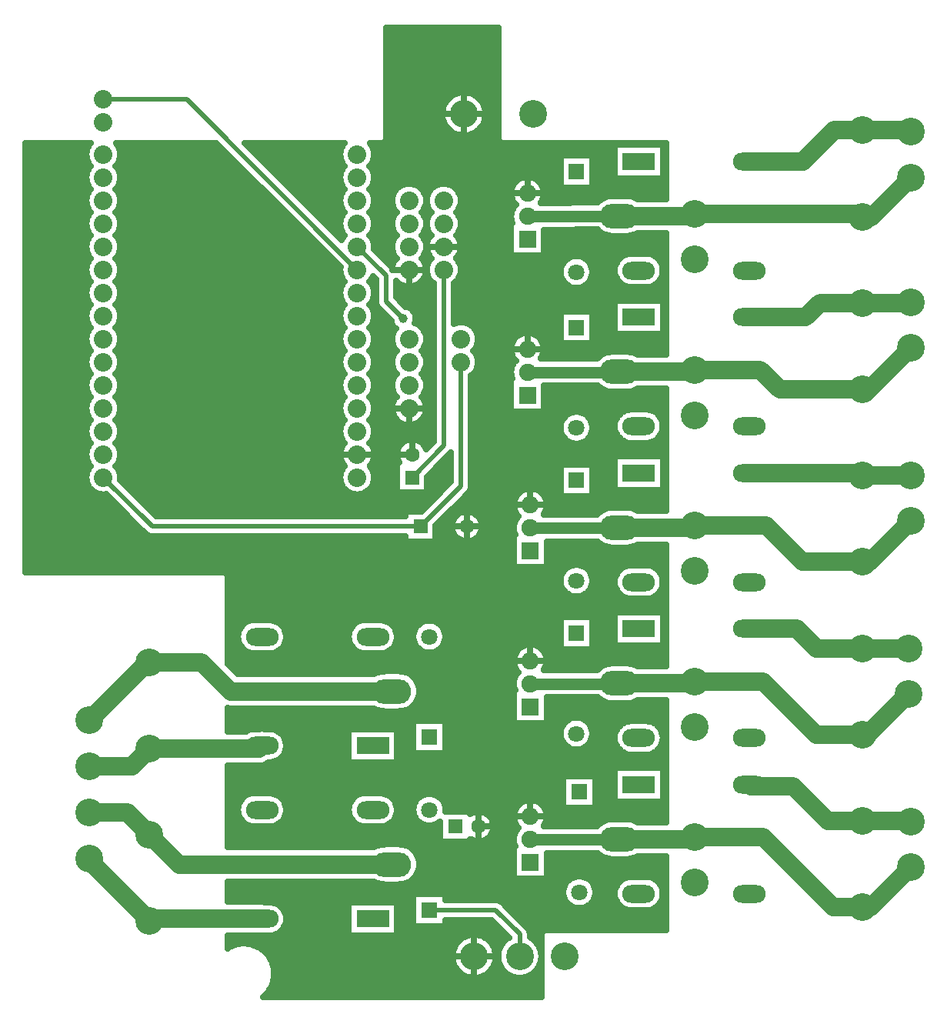
<source format=gbr>
G04 DipTrace 3.3.1.3*
G04 Top.gbr*
%MOMM*%
G04 #@! TF.FileFunction,Copper,L1,Top*
G04 #@! TF.Part,Single*
G04 #@! TA.AperFunction,Conductor*
%ADD13C,0.508*%
G04 #@! TA.AperFunction,ComponentPad*
%ADD14C,3.048*%
%ADD15C,2.032*%
G04 #@! TA.AperFunction,Conductor*
%ADD16C,1.27*%
G04 #@! TA.AperFunction,CopperBalancing*
%ADD17C,0.635*%
G04 #@! TA.AperFunction,ComponentPad*
%ADD21C,1.6*%
%ADD22R,1.6X1.6*%
%ADD23R,1.8X1.8*%
%ADD24C,1.8*%
%ADD26O,3.581X1.981*%
%ADD27R,3.581X1.981*%
%ADD28O,4.305X2.705*%
%ADD31R,1.9X1.9*%
%ADD32C,1.9*%
%ADD36C,2.032*%
G04 #@! TA.AperFunction,ViaPad*
%ADD40C,1.0*%
%FSLAX35Y35*%
G04*
G71*
G90*
G75*
G01*
G04 Top*
%LPD*%
X4746500Y9350250D2*
D13*
X5064000Y9032750D1*
Y8747000D1*
X5254500Y8556500D1*
X5445000Y6270500D2*
X5889500Y6715000D1*
Y8080250D1*
X1952500Y6810250D2*
X2492250Y6270500D1*
X5445000D1*
X5540250Y2047750D2*
X6270500D1*
X6534660Y1783590D1*
Y1539750D1*
X1793750Y3119250D2*
D15*
X2219500D1*
X2460500Y2878250D1*
X2786810Y2551940D1*
X5128757D1*
X2460500Y1928250D2*
X2484750Y1952500D1*
X3698750D1*
X2460500Y1928250D2*
X1793750Y2595000D1*
Y2619250D1*
Y3635250D2*
X2267500D1*
X2460500Y3828250D1*
X3669500D1*
X3698750Y3857500D1*
X1793750Y4135250D2*
X2436750Y4778250D1*
X2460500D1*
X3032000D1*
X3353310Y4456940D1*
X5128757D1*
X10302750Y10629500D2*
X10825250D1*
X10842500Y10612250D1*
X9064500Y10286873D2*
X9651873D1*
X9994500Y10629500D1*
X10302750D1*
Y8729500D2*
X10833000D1*
X10842500Y8739000D1*
X9064500Y8572373D2*
X9683623D1*
X9840750Y8729500D1*
X10302750D1*
X9064500Y6857873D2*
X10274377D1*
X10302750Y6829500D1*
X10838000D1*
X10842500Y6834000D1*
X9064500Y5143377D2*
X9588373D1*
X9802250Y4929500D1*
X10302750D1*
X10810250D1*
X10810750Y4929000D1*
X9064500Y3428877D2*
X9080377Y3413000D1*
X9540750D1*
X9924250Y3029500D1*
X10302750D1*
X10837000D1*
X10842500Y3024000D1*
X7634493Y9687433D2*
X8441310D1*
X8461250Y9707373D1*
X6619750Y9683623D2*
D16*
X7120130D1*
X7123940Y9687433D1*
X7634493D1*
X8461250Y9707373D2*
D15*
X10274877D1*
X10302750Y9679500D1*
X10409750D1*
X10842500Y10112250D1*
X6619750Y7969123D2*
D16*
X7630683D1*
D15*
X7634493Y7972933D1*
X8441307D1*
X8461250Y7992877D1*
X9183623D1*
X9397000Y7779500D1*
X10302750D1*
X10383000D1*
X10842500Y8239000D1*
X6651500Y6254623D2*
D16*
X7630683D1*
D15*
X7634493Y6258433D1*
X8441307D1*
X8461250Y6278377D1*
X9247123D1*
X9646000Y5879500D1*
X10302750D1*
X10388000D1*
X10842500Y6334000D1*
X6651500Y4540127D2*
D16*
X7630683D1*
X7634493Y4543937D1*
D15*
X8441310D1*
X8461250Y4563877D1*
X10302750Y3979500D2*
X10361250D1*
X10810750Y4429000D1*
X8461250Y4563877D2*
X9215373D1*
X9799750Y3979500D1*
X10302750D1*
X6651500Y2825627D2*
D16*
X7630683D1*
D15*
X7634493Y2829437D1*
X8441313D1*
X8461250Y2849373D1*
X9215377D1*
X9985250Y2079500D1*
X10302750D1*
X10398000D1*
X10842500Y2524000D1*
X4746500Y9096250D2*
D13*
X2873250Y10969500D1*
X1952500D1*
X5349750Y6810250D2*
X5699000Y7159500D1*
Y9096250D1*
D40*
X2270000Y9858250D3*
X5254500Y8556500D3*
X5413250Y8747000D3*
X5984750Y9572500D3*
X4619500Y5572000D3*
X4429000Y3635250D3*
X5070317Y11700083D2*
D17*
X6295923D1*
X5070317Y11636917D2*
X6295923D1*
X5070317Y11573750D2*
X6295923D1*
X5070317Y11510583D2*
X6295923D1*
X5070317Y11447417D2*
X6295923D1*
X5070317Y11384250D2*
X6295923D1*
X5070317Y11321083D2*
X6295923D1*
X5070317Y11257917D2*
X6295923D1*
X5070317Y11194750D2*
X6295923D1*
X5070317Y11131583D2*
X6295923D1*
X5070317Y11068417D2*
X6295923D1*
X5070317Y11005250D2*
X5778580D1*
X6063897D2*
X6295923D1*
X5070317Y10942083D2*
X5717057D1*
X6125513D2*
X6295923D1*
X5070317Y10878917D2*
X5687437D1*
X6155137D2*
X6295923D1*
X5070317Y10815750D2*
X5677500D1*
X6165070D2*
X6295923D1*
X5070317Y10752583D2*
X5684610D1*
X6157870D2*
X6295923D1*
X5070317Y10689417D2*
X5710770D1*
X6131710D2*
X6295923D1*
X5070317Y10626250D2*
X5765363D1*
X6077113D2*
X6295923D1*
X5070317Y10563083D2*
X6295923D1*
X5058103Y10499917D2*
X6308230D1*
X1101647Y10436750D2*
X1773270D1*
X2131683D2*
X3243360D1*
X3568600D2*
X4567253D1*
X4925760D2*
X7574793D1*
X8115773D2*
X8137437D1*
X1101647Y10373583D2*
X1759597D1*
X2145357D2*
X3306523D1*
X3631763D2*
X4553580D1*
X4939433D2*
X7574793D1*
X8115773D2*
X8137437D1*
X1101647Y10310417D2*
X1767983D1*
X2136970D2*
X3369687D1*
X3694927D2*
X4561967D1*
X4930957D2*
X6978060D1*
X7340943D2*
X7574793D1*
X8115773D2*
X8137437D1*
X1101647Y10247250D2*
X1802343D1*
X2102700D2*
X3432853D1*
X3758090D2*
X4596330D1*
X4896683D2*
X6978060D1*
X7340943D2*
X7574793D1*
X8115773D2*
X8137437D1*
X1101647Y10184083D2*
X1773817D1*
X2131137D2*
X3496017D1*
X3821253D2*
X4567800D1*
X4925123D2*
X6978060D1*
X7340943D2*
X7574793D1*
X8115773D2*
X8137437D1*
X1101647Y10120917D2*
X1759687D1*
X2145357D2*
X3559270D1*
X3884420D2*
X4553673D1*
X4939340D2*
X6978060D1*
X7340943D2*
X7574793D1*
X8115773D2*
X8137437D1*
X1101647Y10057750D2*
X1767617D1*
X2137427D2*
X3622437D1*
X3947583D2*
X4561603D1*
X4931410D2*
X6479220D1*
X6760253D2*
X6978060D1*
X7340943D2*
X8137437D1*
X1101647Y9994583D2*
X1801250D1*
X2103793D2*
X3685600D1*
X4010747D2*
X4595233D1*
X4897780D2*
X5184127D1*
X5451853D2*
X5565117D1*
X5832933D2*
X6442580D1*
X6796983D2*
X8137437D1*
X1101647Y9931417D2*
X1774363D1*
X2130590D2*
X3748763D1*
X4073910D2*
X4568437D1*
X4924577D2*
X5139923D1*
X5496060D2*
X5520943D1*
X5877140D2*
X6433373D1*
X6806100D2*
X8137437D1*
X1101647Y9868250D2*
X1759687D1*
X2145267D2*
X3811927D1*
X4137077D2*
X4553763D1*
X4939250D2*
X5125247D1*
X5891813D2*
X6447227D1*
X6792337D2*
X7422213D1*
X1101647Y9805083D2*
X1767163D1*
X2137790D2*
X3875090D1*
X4200240D2*
X4561147D1*
X4931777D2*
X5132720D1*
X5884340D2*
X6480403D1*
X1101647Y9741917D2*
X1800157D1*
X2104887D2*
X3938257D1*
X4263403D2*
X4594140D1*
X4898873D2*
X5165627D1*
X5470357D2*
X5546613D1*
X5851347D2*
X6443033D1*
X1101647Y9678750D2*
X1775000D1*
X2130043D2*
X4001420D1*
X4326567D2*
X4568983D1*
X4924030D2*
X5140470D1*
X5495513D2*
X5521540D1*
X5876503D2*
X6433373D1*
X1101647Y9615583D2*
X1759780D1*
X2145173D2*
X4064583D1*
X4389730D2*
X4553763D1*
X4939160D2*
X5125340D1*
X5891723D2*
X6446680D1*
X1101647Y9552417D2*
X1766797D1*
X2138157D2*
X4127747D1*
X4452897D2*
X4560780D1*
X4932230D2*
X5132267D1*
X5884707D2*
X6433280D1*
X1101647Y9489250D2*
X1799063D1*
X2105890D2*
X4190913D1*
X4516150D2*
X4593047D1*
X4899873D2*
X5164623D1*
X5471450D2*
X5545613D1*
X5852440D2*
X6433280D1*
X6806190D2*
X7451837D1*
X7817180D2*
X8137437D1*
X1101647Y9426083D2*
X1775547D1*
X2129407D2*
X4254077D1*
X4923480D2*
X5141017D1*
X5494967D2*
X5522000D1*
X5875957D2*
X6433280D1*
X6806190D2*
X8137437D1*
X1101647Y9362917D2*
X1759870D1*
X2145083D2*
X4317240D1*
X4939067D2*
X5125430D1*
X5891633D2*
X6433280D1*
X6806190D2*
X8137437D1*
X1101647Y9299750D2*
X1766433D1*
X2138613D2*
X4380403D1*
X4959577D2*
X5131900D1*
X5885070D2*
X6433280D1*
X6806190D2*
X8137437D1*
X1101647Y9236583D2*
X1798060D1*
X2106983D2*
X4443567D1*
X5022740D2*
X5163530D1*
X5472453D2*
X5544520D1*
X5853443D2*
X7097007D1*
X7221997D2*
X7650170D1*
X8040487D2*
X8137437D1*
X1101647Y9173417D2*
X1776187D1*
X2128860D2*
X4506733D1*
X5085903D2*
X5141653D1*
X5494327D2*
X5522643D1*
X5875317D2*
X7011330D1*
X7307673D2*
X7595757D1*
X8094810D2*
X8137437D1*
X1101647Y9110250D2*
X1759960D1*
X2144993D2*
X4553947D1*
X5891540D2*
X6982617D1*
X7336387D2*
X7576160D1*
X8114407D2*
X8137437D1*
X1101647Y9047083D2*
X1766067D1*
X2138977D2*
X4560053D1*
X5885433D2*
X6979700D1*
X7339303D2*
X7579440D1*
X8111217D2*
X8137437D1*
X1101647Y8983917D2*
X1797057D1*
X2107987D2*
X4591043D1*
X4901970D2*
X4947150D1*
X5473457D2*
X5543517D1*
X5854447D2*
X7001120D1*
X7317883D2*
X7607057D1*
X8083507D2*
X8137437D1*
X1101647Y8920750D2*
X1776733D1*
X2128220D2*
X4570807D1*
X4922207D2*
X4947150D1*
X5180877D2*
X5248020D1*
X5388053D2*
X5582163D1*
X5815800D2*
X7062827D1*
X7256177D2*
X7681980D1*
X8008587D2*
X8137437D1*
X1101647Y8857583D2*
X1760053D1*
X2144900D2*
X4554127D1*
X5180877D2*
X5582163D1*
X5815800D2*
X8137437D1*
X1101647Y8794417D2*
X1765703D1*
X2139340D2*
X4559687D1*
X5180877D2*
X5582163D1*
X5815800D2*
X8137437D1*
X1101647Y8731250D2*
X1796053D1*
X2108990D2*
X4590040D1*
X4902973D2*
X4948333D1*
X5242400D2*
X5582163D1*
X5815800D2*
X7574793D1*
X8115773D2*
X8137437D1*
X1101647Y8668083D2*
X1777370D1*
X2127583D2*
X4571353D1*
X4921567D2*
X4980327D1*
X5337010D2*
X5582163D1*
X5815800D2*
X7574793D1*
X8115773D2*
X8137437D1*
X1101647Y8604917D2*
X1760233D1*
X2144810D2*
X4554220D1*
X4938793D2*
X5043490D1*
X5386957D2*
X5582163D1*
X5815800D2*
X6978060D1*
X7340943D2*
X7574793D1*
X8115773D2*
X8137437D1*
X1101647Y8541750D2*
X1765340D1*
X2139613D2*
X4559323D1*
X4933690D2*
X5106653D1*
X5395160D2*
X5582163D1*
X5815800D2*
X6978060D1*
X7340943D2*
X7574793D1*
X8115773D2*
X8137437D1*
X1101647Y8478583D2*
X1795053D1*
X2109900D2*
X4589037D1*
X4903977D2*
X5137827D1*
X5442740D2*
X5582163D1*
X6014223D2*
X6978060D1*
X7340943D2*
X7574793D1*
X8115773D2*
X8137437D1*
X1101647Y8415417D2*
X1778007D1*
X2126947D2*
X4571993D1*
X4920930D2*
X5143567D1*
X5492503D2*
X5582163D1*
X6063990D2*
X6978060D1*
X7340943D2*
X7574793D1*
X8115773D2*
X8137437D1*
X1101647Y8352250D2*
X1760327D1*
X2144627D2*
X4554310D1*
X4938703D2*
X5125793D1*
X5510187D2*
X5582163D1*
X6081670D2*
X6487877D1*
X6751593D2*
X6978060D1*
X7340943D2*
X8137437D1*
X1101647Y8289083D2*
X1764973D1*
X2139980D2*
X4559050D1*
X4933963D2*
X5130533D1*
X5505540D2*
X5582163D1*
X6077023D2*
X6445860D1*
X6793703D2*
X6978060D1*
X7340943D2*
X8137437D1*
X1101647Y8225917D2*
X1794140D1*
X2110903D2*
X4588127D1*
X4904887D2*
X5159610D1*
X5476373D2*
X5582163D1*
X6047857D2*
X6433373D1*
X6806190D2*
X8137437D1*
X1101647Y8162750D2*
X1778647D1*
X2126307D2*
X4572720D1*
X4920290D2*
X5144207D1*
X5491867D2*
X5582163D1*
X6063350D2*
X6443763D1*
X6795800D2*
X7436250D1*
X7832767D2*
X8137437D1*
X1101647Y8099583D2*
X1760507D1*
X2144537D2*
X4554493D1*
X4938520D2*
X5125977D1*
X5510003D2*
X5582163D1*
X6081580D2*
X6482410D1*
X1101647Y8036417D2*
X1764700D1*
X2140343D2*
X4558687D1*
X4934327D2*
X5130170D1*
X5505813D2*
X5582163D1*
X6077297D2*
X6446317D1*
X1101647Y7973250D2*
X1793137D1*
X2111813D2*
X4587123D1*
X4905800D2*
X5158697D1*
X5477373D2*
X5582163D1*
X6048860D2*
X6433373D1*
X1101647Y7910083D2*
X1779377D1*
X2125670D2*
X4573360D1*
X4919653D2*
X5144843D1*
X5491137D2*
X5582163D1*
X6006387D2*
X6443307D1*
X1101647Y7846917D2*
X1760600D1*
X2144353D2*
X4554583D1*
X4938430D2*
X5126067D1*
X5509913D2*
X5582163D1*
X6006387D2*
X6433280D1*
X1101647Y7783750D2*
X1764337D1*
X2140617D2*
X4558320D1*
X4934600D2*
X5129897D1*
X5506177D2*
X5582163D1*
X6006387D2*
X6433280D1*
X6806190D2*
X7435157D1*
X7833767D2*
X8137437D1*
X1101647Y7720583D2*
X1792227D1*
X2112727D2*
X4586210D1*
X4906803D2*
X5157787D1*
X5478287D2*
X5582163D1*
X6006387D2*
X6433280D1*
X6806190D2*
X8137437D1*
X1101647Y7657417D2*
X1780013D1*
X2124940D2*
X4573997D1*
X4919017D2*
X5145483D1*
X5490500D2*
X5582163D1*
X6006387D2*
X6433280D1*
X6806190D2*
X8137437D1*
X1101647Y7594250D2*
X1760780D1*
X2144263D2*
X4554767D1*
X4938247D2*
X5126250D1*
X5509730D2*
X5582163D1*
X6006387D2*
X6433280D1*
X6806190D2*
X8137437D1*
X1101647Y7531083D2*
X1764063D1*
X2140980D2*
X4558047D1*
X4934967D2*
X5129530D1*
X5506450D2*
X5582163D1*
X6006387D2*
X7143673D1*
X7175293D2*
X7663660D1*
X8026997D2*
X8137437D1*
X1101647Y7467917D2*
X1791317D1*
X2113637D2*
X4585300D1*
X4907623D2*
X5156877D1*
X5479197D2*
X5582163D1*
X6006387D2*
X7018257D1*
X7300747D2*
X7600860D1*
X8089797D2*
X8137437D1*
X1101647Y7404750D2*
X1780743D1*
X2124303D2*
X4574727D1*
X4918287D2*
X5229247D1*
X5406827D2*
X5582163D1*
X6006387D2*
X6984897D1*
X7334107D2*
X7577437D1*
X8113130D2*
X8137437D1*
X1101647Y7341583D2*
X1760963D1*
X2144080D2*
X4554947D1*
X4938063D2*
X5582163D1*
X6006387D2*
X6978697D1*
X7340303D2*
X7577617D1*
X8112947D2*
X8137437D1*
X1101647Y7278417D2*
X1763790D1*
X2141253D2*
X4557773D1*
X4935240D2*
X5582163D1*
X6006387D2*
X6996290D1*
X7322713D2*
X7601317D1*
X8089340D2*
X8137437D1*
X1101647Y7215250D2*
X1790403D1*
X2114550D2*
X4584480D1*
X4908533D2*
X5276640D1*
X5422870D2*
X5582163D1*
X6006387D2*
X7049337D1*
X7269667D2*
X7664843D1*
X8025720D2*
X8137437D1*
X1101647Y7152083D2*
X1781380D1*
X2123573D2*
X4575457D1*
X4917557D2*
X5203633D1*
X5495877D2*
X5528933D1*
X6006387D2*
X8137437D1*
X1101647Y7088917D2*
X1761053D1*
X2143897D2*
X4555130D1*
X4937883D2*
X5180210D1*
X6006387D2*
X8137437D1*
X1101647Y7025750D2*
X1763517D1*
X2141530D2*
X4557500D1*
X4935513D2*
X5182853D1*
X5727843D2*
X5772657D1*
X6006387D2*
X7574793D1*
X8115773D2*
X8137437D1*
X1101647Y6962583D2*
X1789583D1*
X2115460D2*
X4583567D1*
X4909447D2*
X5178293D1*
X5664680D2*
X5772657D1*
X6006387D2*
X7574793D1*
X8115773D2*
X8137437D1*
X1101647Y6899417D2*
X1782110D1*
X2122843D2*
X4576093D1*
X4916827D2*
X5178293D1*
X5601517D2*
X5772657D1*
X6006387D2*
X6978060D1*
X7340943D2*
X7574793D1*
X8115773D2*
X8137437D1*
X1101647Y6836250D2*
X1761237D1*
X2143717D2*
X4555313D1*
X4937700D2*
X5178293D1*
X5538350D2*
X5772657D1*
X6006387D2*
X6978060D1*
X7340943D2*
X7574793D1*
X8115773D2*
X8137437D1*
X1101647Y6773083D2*
X1763243D1*
X2152283D2*
X4557227D1*
X4935787D2*
X5178293D1*
X5521217D2*
X5772657D1*
X6006387D2*
X6978060D1*
X7340943D2*
X7574793D1*
X8115773D2*
X8137437D1*
X1101647Y6709917D2*
X1788673D1*
X2215447D2*
X4582747D1*
X4910267D2*
X5178293D1*
X5521217D2*
X5721797D1*
X6006203D2*
X6978060D1*
X7340943D2*
X7574793D1*
X8115773D2*
X8137437D1*
X1101647Y6646750D2*
X1856030D1*
X2278613D2*
X4650013D1*
X4843000D2*
X5178293D1*
X5521217D2*
X5658633D1*
X5982780D2*
X6529623D1*
X6773377D2*
X6978060D1*
X7340943D2*
X8137437D1*
X1101647Y6583583D2*
X2016537D1*
X2341777D2*
X5595470D1*
X5920707D2*
X6481407D1*
X6821593D2*
X8137437D1*
X1101647Y6520417D2*
X2079700D1*
X2404940D2*
X5532303D1*
X5857543D2*
X6465457D1*
X6837543D2*
X8137437D1*
X1101647Y6457250D2*
X2142863D1*
X2468103D2*
X5469140D1*
X5794380D2*
X6472567D1*
X6830433D2*
X7453203D1*
X7815813D2*
X8137437D1*
X1101647Y6394083D2*
X2206030D1*
X2531267D2*
X5273543D1*
X5731217D2*
X5837187D1*
X6068820D2*
X6506197D1*
X1101647Y6330917D2*
X2269193D1*
X5668053D2*
X5792983D1*
X6113027D2*
X6482043D1*
X1101647Y6267750D2*
X2332357D1*
X5616463D2*
X5781590D1*
X6124420D2*
X6465547D1*
X1101647Y6204583D2*
X2395520D1*
X5616463D2*
X5795260D1*
X6110747D2*
X6472110D1*
X1101647Y6141417D2*
X5273543D1*
X5616463D2*
X5843750D1*
X6062257D2*
X6465090D1*
X1101647Y6078250D2*
X6465090D1*
X6837910D2*
X7421303D1*
X1101647Y6015083D2*
X6465090D1*
X6837910D2*
X8137437D1*
X1101647Y5951917D2*
X6465090D1*
X6837910D2*
X8137437D1*
X1101647Y5888750D2*
X6465090D1*
X6837910D2*
X8137437D1*
X1101647Y5825583D2*
X6465090D1*
X6837910D2*
X7066380D1*
X7252623D2*
X7680430D1*
X8010227D2*
X8137437D1*
X3294613Y5762417D2*
X7002303D1*
X7316697D2*
X7606603D1*
X8084053D2*
X8137437D1*
X3324147Y5699250D2*
X6979973D1*
X7339030D2*
X7579257D1*
X8111307D2*
X8137437D1*
X3324147Y5636083D2*
X6982070D1*
X7336933D2*
X7576250D1*
X8114313D2*
X8137437D1*
X3324147Y5572917D2*
X7009870D1*
X7309133D2*
X7596210D1*
X8094447D2*
X8137437D1*
X3324147Y5509750D2*
X7091173D1*
X7227830D2*
X7651173D1*
X8039483D2*
X8137437D1*
X3324147Y5446583D2*
X8137437D1*
X3324147Y5383417D2*
X8137437D1*
X3324147Y5320250D2*
X7574793D1*
X8115773D2*
X8137437D1*
X3324147Y5257083D2*
X6978060D1*
X7340943D2*
X7574793D1*
X8115773D2*
X8137437D1*
X3324147Y5193917D2*
X3490000D1*
X3907570D2*
X4709257D1*
X5126737D2*
X5423840D1*
X5656660D2*
X6978060D1*
X7340943D2*
X7574793D1*
X8115773D2*
X8137437D1*
X3324147Y5130750D2*
X3443970D1*
X3953600D2*
X4663137D1*
X5172767D2*
X5374713D1*
X5705787D2*
X6978060D1*
X7340943D2*
X7574793D1*
X8115773D2*
X8137437D1*
X3324147Y5067583D2*
X3428567D1*
X3968910D2*
X4647827D1*
X5188077D2*
X5359127D1*
X5721373D2*
X6978060D1*
X7340943D2*
X7574793D1*
X8115773D2*
X8137437D1*
X3324147Y5004417D2*
X3435770D1*
X3961710D2*
X4654937D1*
X5180970D2*
X5367150D1*
X5713350D2*
X6978060D1*
X7340943D2*
X7574793D1*
X8115773D2*
X8137437D1*
X3324147Y4941250D2*
X3468673D1*
X3928807D2*
X4687840D1*
X5148063D2*
X5403150D1*
X5677350D2*
X6541290D1*
X6761710D2*
X6978060D1*
X7340943D2*
X8137437D1*
X3324147Y4878083D2*
X3566380D1*
X3831100D2*
X4785457D1*
X5050447D2*
X6485873D1*
X6817127D2*
X8137437D1*
X3324147Y4814917D2*
X6466277D1*
X6836723D2*
X8137437D1*
X3328887Y4751750D2*
X6470103D1*
X6832897D2*
X7474897D1*
X7794120D2*
X8137437D1*
X3392050Y4688583D2*
X6499270D1*
X5357153Y4625417D2*
X6486510D1*
X5408650Y4562250D2*
X6466460D1*
X5431347Y4499083D2*
X6469830D1*
X5434447Y4435917D2*
X6465090D1*
X5418767Y4372750D2*
X6465090D1*
X6837910D2*
X7409453D1*
X5378937Y4309583D2*
X6465090D1*
X6837910D2*
X8137437D1*
X3324147Y4246417D2*
X4977410D1*
X5280137D2*
X6465090D1*
X6837910D2*
X8137437D1*
X3324147Y4183250D2*
X6465090D1*
X6837910D2*
X8137437D1*
X3324147Y4120083D2*
X5358853D1*
X5721647D2*
X6465090D1*
X6837910D2*
X7035117D1*
X7283887D2*
X7703307D1*
X7987257D2*
X8137437D1*
X3324147Y4056917D2*
X5358853D1*
X5721647D2*
X6991003D1*
X7328000D2*
X7613073D1*
X8077493D2*
X8137437D1*
X3908937Y3993750D2*
X4647460D1*
X5188443D2*
X5358853D1*
X5721647D2*
X6978060D1*
X7340943D2*
X7581537D1*
X8109120D2*
X8137437D1*
X3954147Y3930583D2*
X4647460D1*
X5188443D2*
X5358853D1*
X5721647D2*
X6988723D1*
X7330280D2*
X7575340D1*
X8115227D2*
X8137437D1*
X3969003Y3867417D2*
X4647460D1*
X5188443D2*
X5358853D1*
X5721647D2*
X7028830D1*
X7290173D2*
X7591747D1*
X8098820D2*
X8137437D1*
X3961347Y3804250D2*
X4647460D1*
X5188443D2*
X5358853D1*
X5721647D2*
X7639687D1*
X8050877D2*
X8137437D1*
X3927803Y3741083D2*
X4647460D1*
X5188443D2*
X8137437D1*
X3825813Y3677917D2*
X4647460D1*
X5188443D2*
X8137437D1*
X3324147Y3614750D2*
X8137437D1*
X3324147Y3551583D2*
X7574793D1*
X8115773D2*
X8137437D1*
X3324147Y3488417D2*
X7009780D1*
X7372660D2*
X7574793D1*
X8115773D2*
X8137437D1*
X3324147Y3425250D2*
X7009780D1*
X7372660D2*
X7574793D1*
X8115773D2*
X8137437D1*
X3324147Y3362083D2*
X7009780D1*
X7372660D2*
X7574793D1*
X8115773D2*
X8137437D1*
X3324147Y3298917D2*
X3502213D1*
X3895267D2*
X4721470D1*
X5114433D2*
X5437513D1*
X5642987D2*
X7009780D1*
X7372660D2*
X7574793D1*
X8115773D2*
X8137437D1*
X3324147Y3235750D2*
X3448710D1*
X3948767D2*
X4667970D1*
X5167933D2*
X5379727D1*
X5700773D2*
X6555417D1*
X6747583D2*
X7009780D1*
X7372660D2*
X8137437D1*
X3324147Y3172583D2*
X3429480D1*
X3968000D2*
X4648737D1*
X5187257D2*
X5359947D1*
X5720553D2*
X6490887D1*
X6812113D2*
X8137437D1*
X3324147Y3109417D2*
X3433127D1*
X3964353D2*
X4652293D1*
X5183613D2*
X5364233D1*
X6172363D2*
X6467553D1*
X6835447D2*
X8137437D1*
X3324147Y3046250D2*
X3461197D1*
X3936280D2*
X4680363D1*
X5155540D2*
X5394947D1*
X6231970D2*
X6468190D1*
X6834810D2*
X7508893D1*
X7760123D2*
X8137437D1*
X3324147Y2983083D2*
X3537670D1*
X3859810D2*
X4756837D1*
X5079160D2*
X5490650D1*
X5589850D2*
X5654530D1*
X6250837D2*
X6493163D1*
X6809837D2*
X7390220D1*
X3324147Y2919917D2*
X5654530D1*
X6244093D2*
X6491707D1*
X3324147Y2856750D2*
X5654530D1*
X6207910D2*
X6467733D1*
X3324147Y2793583D2*
X6467917D1*
X5344303Y2730417D2*
X6465090D1*
X5402910Y2667250D2*
X6465090D1*
X6837910D2*
X7398970D1*
X5429160Y2604083D2*
X6465090D1*
X6837910D2*
X8137437D1*
X5435173Y2540917D2*
X6465090D1*
X6837910D2*
X8137437D1*
X5422597Y2477750D2*
X6465090D1*
X6837910D2*
X8137437D1*
X5387413Y2414583D2*
X6465090D1*
X6837910D2*
X7143307D1*
X7239133D2*
X8137437D1*
X3324147Y2351417D2*
X4951067D1*
X5306477D2*
X7046237D1*
X7336293D2*
X7620457D1*
X8070110D2*
X8137437D1*
X3324147Y2288250D2*
X7015340D1*
X7367100D2*
X7584270D1*
X8106293D2*
X8137437D1*
X3324147Y2225083D2*
X7010873D1*
X7371567D2*
X7574883D1*
X8115683D2*
X8137437D1*
X3324147Y2161917D2*
X5358853D1*
X5721647D2*
X7030470D1*
X7351970D2*
X7587827D1*
X8102740D2*
X8137437D1*
X3896997Y2098750D2*
X4647460D1*
X5188443D2*
X5358853D1*
X6382087D2*
X7087890D1*
X7294640D2*
X7629843D1*
X8060720D2*
X8137437D1*
X3949407Y2035583D2*
X4647460D1*
X5188443D2*
X5358853D1*
X6445253D2*
X8137437D1*
X3968183Y1972417D2*
X4647460D1*
X5188443D2*
X5358853D1*
X6508417D2*
X8137437D1*
X3964080Y1909250D2*
X4647460D1*
X5188443D2*
X5358853D1*
X5721647D2*
X6246433D1*
X6571580D2*
X8137437D1*
X3935370Y1846083D2*
X4647460D1*
X5188443D2*
X6309597D1*
X6632100D2*
X8137437D1*
X3856893Y1782917D2*
X4647460D1*
X5188443D2*
X6372760D1*
X6651517D2*
X6772163D1*
X3324147Y1719750D2*
X5873007D1*
X6195513D2*
X6373400D1*
X6695903D2*
X6772163D1*
X3324147Y1656583D2*
X3366043D1*
X3633950D2*
X5821147D1*
X6247373D2*
X6321537D1*
X6747767D2*
X6772163D1*
X3732207Y1593417D2*
X5796627D1*
X6271983D2*
X6296927D1*
X3785253Y1530250D2*
X5790613D1*
X3817153Y1467083D2*
X5801823D1*
X6266697D2*
X6302213D1*
X3834017Y1403917D2*
X5833087D1*
X6235433D2*
X6333477D1*
X6735827D2*
X6772163D1*
X3838300Y1340750D2*
X5898347D1*
X6170267D2*
X6398737D1*
X6670657D2*
X6772163D1*
X3830460Y1277583D2*
X6772163D1*
X3809497Y1214417D2*
X6772163D1*
X3772400Y1151250D2*
X6772163D1*
X6771417Y1521117D2*
X6769227Y1502600D1*
X6765587Y1484310D1*
X6760527Y1466360D1*
X6754073Y1448867D1*
X6746267Y1431933D1*
X6737153Y1415663D1*
X6726793Y1400157D1*
X6715250Y1385513D1*
X6702590Y1371820D1*
X6688897Y1359160D1*
X6674253Y1347617D1*
X6658747Y1337257D1*
X6642477Y1328143D1*
X6625543Y1320337D1*
X6608050Y1313883D1*
X6590100Y1308823D1*
X6571810Y1305183D1*
X6553293Y1302993D1*
X6534660Y1302260D1*
X6516027Y1302993D1*
X6497510Y1305183D1*
X6479220Y1308823D1*
X6461270Y1313883D1*
X6443777Y1320337D1*
X6426843Y1328143D1*
X6410573Y1337257D1*
X6395067Y1347617D1*
X6380423Y1359160D1*
X6366730Y1371820D1*
X6354070Y1385513D1*
X6342527Y1400157D1*
X6332167Y1415663D1*
X6323053Y1431933D1*
X6315247Y1448867D1*
X6308793Y1466360D1*
X6303733Y1484310D1*
X6300093Y1502600D1*
X6297903Y1521117D1*
X6297170Y1539750D1*
X6297903Y1558383D1*
X6300093Y1576900D1*
X6303733Y1595190D1*
X6308793Y1613140D1*
X6315247Y1630633D1*
X6323053Y1647567D1*
X6332167Y1663837D1*
X6342527Y1679343D1*
X6354070Y1693987D1*
X6366730Y1707680D1*
X6380423Y1720340D1*
X6395067Y1731883D1*
X6416483Y1745553D1*
X6224707Y1937287D1*
X5715330Y1937260D1*
X5715340Y1872660D1*
X5365160D1*
Y2222840D1*
X5715340D1*
Y2158217D1*
X6279170Y2157900D1*
X6296293Y2155187D1*
X6312783Y2149830D1*
X6328230Y2141960D1*
X6342257Y2131767D1*
X6414627Y2059883D1*
X6618677Y1855347D1*
X6628870Y1841320D1*
X6636740Y1825873D1*
X6642097Y1809383D1*
X6644810Y1792260D1*
X6645150Y1749957D1*
X6658747Y1742243D1*
X6674253Y1731883D1*
X6688897Y1720340D1*
X6702590Y1707680D1*
X6715250Y1693987D1*
X6726793Y1679343D1*
X6737153Y1663837D1*
X6746267Y1647567D1*
X6754073Y1630633D1*
X6760527Y1613140D1*
X6765587Y1595190D1*
X6769227Y1576900D1*
X6771417Y1558383D1*
X6772150Y1539750D1*
X6771417Y1521117D1*
X6271723Y1535083D2*
X6270120Y1511813D1*
X6266243Y1488817D1*
X6260130Y1466307D1*
X6251837Y1444507D1*
X6241443Y1423627D1*
X6229053Y1403867D1*
X6214787Y1385417D1*
X6198777Y1368453D1*
X6181180Y1353143D1*
X6162167Y1339633D1*
X6141920Y1328053D1*
X6120637Y1318517D1*
X6098517Y1311113D1*
X6075780Y1305913D1*
X6052643Y1302970D1*
X6029330Y1302310D1*
X6006063Y1303943D1*
X5983067Y1307847D1*
X5960567Y1313990D1*
X5938777Y1322310D1*
X5917907Y1332727D1*
X5898163Y1345140D1*
X5879730Y1359430D1*
X5862787Y1375460D1*
X5847497Y1393073D1*
X5834010Y1412103D1*
X5822457Y1432363D1*
X5812943Y1453660D1*
X5805567Y1475787D1*
X5800393Y1498530D1*
X5797480Y1521670D1*
X5796847Y1544987D1*
X5798507Y1568250D1*
X5802440Y1591240D1*
X5808607Y1613733D1*
X5816953Y1635513D1*
X5827397Y1656370D1*
X5839833Y1676100D1*
X5854147Y1694517D1*
X5870197Y1711440D1*
X5887827Y1726707D1*
X5906873Y1740173D1*
X5927147Y1751703D1*
X5948457Y1761190D1*
X5970590Y1768540D1*
X5993340Y1773683D1*
X6016483Y1776573D1*
X6039800Y1777177D1*
X6063063Y1775490D1*
X6086050Y1771530D1*
X6108537Y1765333D1*
X6130303Y1756960D1*
X6151147Y1746493D1*
X6170863Y1734033D1*
X6189263Y1719700D1*
X6206167Y1703630D1*
X6221413Y1685977D1*
X6234857Y1666917D1*
X6246360Y1646627D1*
X6255823Y1625310D1*
X6263147Y1603163D1*
X6268263Y1580410D1*
X6271123Y1557260D1*
X6271723Y1535083D1*
X6118023Y6265833D2*
X6116443Y6247243D1*
X6112777Y6228950D1*
X6107067Y6211190D1*
X6099393Y6194183D1*
X6089847Y6178153D1*
X6078553Y6163303D1*
X6065657Y6149823D1*
X6051323Y6137883D1*
X6035730Y6127637D1*
X6019083Y6119213D1*
X6001593Y6112723D1*
X5983480Y6108247D1*
X5964980Y6105847D1*
X5946323Y6105547D1*
X5927757Y6107350D1*
X5909510Y6111240D1*
X5891817Y6117167D1*
X5874907Y6125047D1*
X5858997Y6134787D1*
X5844283Y6146260D1*
X5830960Y6159320D1*
X5819193Y6173800D1*
X5809140Y6189513D1*
X5800920Y6206263D1*
X5794643Y6223833D1*
X5790390Y6241997D1*
X5788210Y6260527D1*
X5788140Y6279183D1*
X5790170Y6297730D1*
X5794283Y6315927D1*
X5800423Y6333547D1*
X5808510Y6350357D1*
X5818443Y6366150D1*
X5830093Y6380723D1*
X5843317Y6393887D1*
X5857937Y6405473D1*
X5873773Y6415337D1*
X5890620Y6423350D1*
X5908263Y6429413D1*
X5926480Y6433447D1*
X5945033Y6435397D1*
X5963690Y6435243D1*
X5982210Y6432987D1*
X6000357Y6428653D1*
X6017900Y6422300D1*
X6034610Y6414007D1*
X6050283Y6403883D1*
X6064710Y6392053D1*
X6077713Y6378673D1*
X6089120Y6363913D1*
X6098790Y6347957D1*
X6106600Y6331013D1*
X6112447Y6313297D1*
X6116257Y6295033D1*
X6117983Y6276457D1*
X6118023Y6265833D1*
X5303243Y6435590D2*
X5453907D1*
X5779030Y6760787D1*
X5779010Y7083320D1*
X5514883Y6819127D1*
X5514840Y6645160D1*
X5184660D1*
Y6975340D1*
X5210637D1*
X5201543Y6991523D1*
X5194283Y7008710D1*
X5189010Y7026607D1*
X5185787Y7044983D1*
X5184660Y7063603D1*
X5185643Y7082237D1*
X5188720Y7100637D1*
X5193853Y7118573D1*
X5200977Y7135817D1*
X5210003Y7152143D1*
X5220813Y7167350D1*
X5233270Y7181240D1*
X5247213Y7193637D1*
X5262467Y7204380D1*
X5278833Y7213333D1*
X5296107Y7220383D1*
X5314067Y7225437D1*
X5332480Y7228433D1*
X5351117Y7229333D1*
X5369733Y7228127D1*
X5388093Y7224827D1*
X5405967Y7219473D1*
X5423123Y7212140D1*
X5439340Y7202917D1*
X5454413Y7191923D1*
X5468150Y7179297D1*
X5480373Y7165203D1*
X5490930Y7149823D1*
X5499683Y7133347D1*
X5504630Y7121370D1*
X5588520Y7205277D1*
X5588510Y8945683D1*
X5566990Y8964240D1*
X5547963Y8986517D1*
X5532657Y9011493D1*
X5521447Y9038560D1*
X5514610Y9067047D1*
X5512310Y9096250D1*
X5514610Y9125453D1*
X5521447Y9153940D1*
X5532657Y9181007D1*
X5547963Y9205983D1*
X5562287Y9223173D1*
X5549470Y9238473D1*
X5536703Y9257987D1*
X5526467Y9278940D1*
X5518923Y9301003D1*
X5514187Y9323837D1*
X5512337Y9347080D1*
X5513397Y9370373D1*
X5517353Y9393353D1*
X5524143Y9415660D1*
X5533663Y9436950D1*
X5545760Y9456883D1*
X5560247Y9475153D1*
X5562163Y9477230D1*
X5547963Y9494517D1*
X5532657Y9519493D1*
X5521447Y9546560D1*
X5514610Y9575047D1*
X5512310Y9604250D1*
X5514610Y9633453D1*
X5521447Y9661940D1*
X5532657Y9689007D1*
X5547963Y9713983D1*
X5562287Y9731173D1*
X5547963Y9748517D1*
X5532657Y9773493D1*
X5521447Y9800560D1*
X5514610Y9829047D1*
X5512310Y9858250D1*
X5514610Y9887453D1*
X5521447Y9915940D1*
X5532657Y9943007D1*
X5547963Y9967983D1*
X5566990Y9990260D1*
X5589267Y10009287D1*
X5614243Y10024593D1*
X5641310Y10035803D1*
X5669797Y10042640D1*
X5699000Y10044940D1*
X5728203Y10042640D1*
X5756690Y10035803D1*
X5783757Y10024593D1*
X5808733Y10009287D1*
X5831010Y9990260D1*
X5850037Y9967983D1*
X5865343Y9943007D1*
X5876553Y9915940D1*
X5883390Y9887453D1*
X5885690Y9858250D1*
X5883390Y9829047D1*
X5876553Y9800560D1*
X5865343Y9773493D1*
X5850037Y9748517D1*
X5835713Y9731327D1*
X5850037Y9713983D1*
X5865343Y9689007D1*
X5876553Y9661940D1*
X5883390Y9633453D1*
X5885690Y9604250D1*
X5883390Y9575047D1*
X5876553Y9546560D1*
X5865343Y9519493D1*
X5850037Y9494517D1*
X5835713Y9477327D1*
X5849420Y9460823D1*
X5862033Y9441210D1*
X5872100Y9420177D1*
X5879467Y9398053D1*
X5884017Y9375183D1*
X5885683Y9351923D1*
X5884757Y9331613D1*
X5880987Y9308603D1*
X5874373Y9286243D1*
X5865027Y9264880D1*
X5853090Y9244850D1*
X5838750Y9226463D1*
X5835843Y9223263D1*
X5850037Y9205983D1*
X5865343Y9181007D1*
X5876553Y9153940D1*
X5883390Y9125453D1*
X5885690Y9096250D1*
X5883390Y9067047D1*
X5876553Y9038560D1*
X5865343Y9011493D1*
X5850037Y8986517D1*
X5831010Y8964240D1*
X5809497Y8945817D1*
X5809490Y8502983D1*
X5831810Y8511803D1*
X5860297Y8518640D1*
X5889500Y8520940D1*
X5918703Y8518640D1*
X5947190Y8511803D1*
X5974257Y8500593D1*
X5999233Y8485287D1*
X6021510Y8466260D1*
X6040537Y8443983D1*
X6055843Y8419007D1*
X6067053Y8391940D1*
X6073890Y8363453D1*
X6076190Y8334250D1*
X6073890Y8305047D1*
X6067053Y8276560D1*
X6055843Y8249493D1*
X6040537Y8224517D1*
X6026213Y8207327D1*
X6040537Y8189983D1*
X6055843Y8165007D1*
X6067053Y8137940D1*
X6073890Y8109453D1*
X6076190Y8080250D1*
X6073890Y8051047D1*
X6067053Y8022560D1*
X6055843Y7995493D1*
X6040537Y7970517D1*
X6021510Y7948240D1*
X5999997Y7929817D1*
X5999650Y6706330D1*
X5996937Y6689207D1*
X5991580Y6672717D1*
X5983710Y6657270D1*
X5973517Y6643243D1*
X5901633Y6570873D1*
X5610127Y6279370D1*
X5610090Y6105410D1*
X5279910D1*
Y6160007D1*
X2483580Y6160350D1*
X2466457Y6163063D1*
X2449967Y6168420D1*
X2434520Y6176290D1*
X2420493Y6186483D1*
X2348123Y6258367D1*
X1980827Y6625667D1*
X1952500Y6623560D1*
X1923297Y6625860D1*
X1894810Y6632697D1*
X1867743Y6643907D1*
X1842767Y6659213D1*
X1820490Y6678240D1*
X1801463Y6700517D1*
X1786157Y6725493D1*
X1774947Y6752560D1*
X1768110Y6781047D1*
X1765810Y6810250D1*
X1768110Y6839453D1*
X1774947Y6867940D1*
X1786157Y6895007D1*
X1801463Y6919983D1*
X1815787Y6937173D1*
X1801463Y6954517D1*
X1786157Y6979493D1*
X1774947Y7006560D1*
X1768110Y7035047D1*
X1765810Y7064250D1*
X1768110Y7093453D1*
X1774947Y7121940D1*
X1786157Y7149007D1*
X1801463Y7173983D1*
X1815787Y7191173D1*
X1801463Y7208517D1*
X1786157Y7233493D1*
X1774947Y7260560D1*
X1768110Y7289047D1*
X1765810Y7318250D1*
X1768110Y7347453D1*
X1774947Y7375940D1*
X1786157Y7403007D1*
X1801463Y7427983D1*
X1815787Y7445173D1*
X1801463Y7462517D1*
X1786157Y7487493D1*
X1774947Y7514560D1*
X1768110Y7543047D1*
X1765810Y7572250D1*
X1768110Y7601453D1*
X1774947Y7629940D1*
X1786157Y7657007D1*
X1801463Y7681983D1*
X1815787Y7699173D1*
X1801463Y7716517D1*
X1786157Y7741493D1*
X1774947Y7768560D1*
X1768110Y7797047D1*
X1765810Y7826250D1*
X1768110Y7855453D1*
X1774947Y7883940D1*
X1786157Y7911007D1*
X1801463Y7935983D1*
X1815787Y7953173D1*
X1801463Y7970517D1*
X1786157Y7995493D1*
X1774947Y8022560D1*
X1768110Y8051047D1*
X1765810Y8080250D1*
X1768110Y8109453D1*
X1774947Y8137940D1*
X1786157Y8165007D1*
X1801463Y8189983D1*
X1815787Y8207173D1*
X1801463Y8224517D1*
X1786157Y8249493D1*
X1774947Y8276560D1*
X1768110Y8305047D1*
X1765810Y8334250D1*
X1768110Y8363453D1*
X1774947Y8391940D1*
X1786157Y8419007D1*
X1801463Y8443983D1*
X1815787Y8461173D1*
X1801463Y8478517D1*
X1786157Y8503493D1*
X1774947Y8530560D1*
X1768110Y8559047D1*
X1765810Y8588250D1*
X1768110Y8617453D1*
X1774947Y8645940D1*
X1786157Y8673007D1*
X1801463Y8697983D1*
X1815787Y8715173D1*
X1801463Y8732517D1*
X1786157Y8757493D1*
X1774947Y8784560D1*
X1768110Y8813047D1*
X1765810Y8842250D1*
X1768110Y8871453D1*
X1774947Y8899940D1*
X1786157Y8927007D1*
X1801463Y8951983D1*
X1815787Y8969173D1*
X1801463Y8986517D1*
X1786157Y9011493D1*
X1774947Y9038560D1*
X1768110Y9067047D1*
X1765810Y9096250D1*
X1768110Y9125453D1*
X1774947Y9153940D1*
X1786157Y9181007D1*
X1801463Y9205983D1*
X1815787Y9223173D1*
X1801463Y9240517D1*
X1786157Y9265493D1*
X1774947Y9292560D1*
X1768110Y9321047D1*
X1765810Y9350250D1*
X1768110Y9379453D1*
X1774947Y9407940D1*
X1786157Y9435007D1*
X1801463Y9459983D1*
X1815787Y9477173D1*
X1801463Y9494517D1*
X1786157Y9519493D1*
X1774947Y9546560D1*
X1768110Y9575047D1*
X1765810Y9604250D1*
X1768110Y9633453D1*
X1774947Y9661940D1*
X1786157Y9689007D1*
X1801463Y9713983D1*
X1815787Y9731173D1*
X1801463Y9748517D1*
X1786157Y9773493D1*
X1774947Y9800560D1*
X1768110Y9829047D1*
X1765810Y9858250D1*
X1768110Y9887453D1*
X1774947Y9915940D1*
X1786157Y9943007D1*
X1801463Y9967983D1*
X1815787Y9985173D1*
X1801463Y10002517D1*
X1786157Y10027493D1*
X1774947Y10054560D1*
X1768110Y10083047D1*
X1765810Y10112250D1*
X1768110Y10141453D1*
X1774947Y10169940D1*
X1786157Y10197007D1*
X1801463Y10221983D1*
X1815787Y10239173D1*
X1801463Y10256517D1*
X1786157Y10281493D1*
X1774947Y10308560D1*
X1768110Y10337047D1*
X1765810Y10366250D1*
X1768110Y10395453D1*
X1774947Y10423940D1*
X1786157Y10451007D1*
X1801463Y10475983D1*
X1815863Y10493257D1*
X1095207Y10493250D1*
X1095250Y5762540D1*
X3290967Y5762110D1*
X3298150Y5760083D1*
X3304663Y5756437D1*
X3310143Y5751370D1*
X3314290Y5745163D1*
X3316873Y5738163D1*
X3317750Y5730750D1*
Y4756493D1*
X3430640Y4643630D1*
X4931683D1*
X4948723Y4653263D1*
X4964437Y4660507D1*
X4980667Y4666497D1*
X4997320Y4671193D1*
X5014287Y4674567D1*
X5031470Y4676600D1*
X5072090Y4677280D1*
X5208757D1*
X5226043Y4676600D1*
X5243227Y4674567D1*
X5260193Y4671193D1*
X5276847Y4666497D1*
X5293077Y4660507D1*
X5308790Y4653263D1*
X5323883Y4644810D1*
X5338270Y4635200D1*
X5351857Y4624487D1*
X5364560Y4612743D1*
X5376303Y4600040D1*
X5387017Y4586453D1*
X5396627Y4572067D1*
X5405080Y4556973D1*
X5412323Y4541260D1*
X5418313Y4525030D1*
X5423010Y4508377D1*
X5426383Y4491410D1*
X5428417Y4474227D1*
X5429097Y4456940D1*
X5428417Y4439653D1*
X5426383Y4422470D1*
X5423010Y4405503D1*
X5418313Y4388850D1*
X5412323Y4372620D1*
X5405080Y4356907D1*
X5396627Y4341813D1*
X5387017Y4327427D1*
X5376303Y4313840D1*
X5364560Y4301137D1*
X5351857Y4289393D1*
X5338270Y4278680D1*
X5323883Y4269070D1*
X5308790Y4260617D1*
X5293077Y4253373D1*
X5276847Y4247383D1*
X5260193Y4242687D1*
X5243227Y4239313D1*
X5226043Y4237280D1*
X5185423Y4236600D1*
X5048757D1*
X5031470Y4237280D1*
X5014287Y4239313D1*
X4997320Y4242687D1*
X4980667Y4247383D1*
X4964437Y4253373D1*
X4948723Y4260617D1*
X4931887Y4270233D1*
X3353310Y4270250D1*
X3324050Y4272560D1*
X3317750Y4260750D1*
Y4014930D1*
X3523170Y4014940D1*
X3548283Y4027623D1*
X3575763Y4036553D1*
X3604303Y4041073D1*
X3665417Y4041640D1*
X3684103Y4043613D1*
X3713397D1*
X3729247Y4041633D1*
X3793197Y4041073D1*
X3821737Y4036553D1*
X3849217Y4027623D1*
X3874963Y4014507D1*
X3898340Y3997520D1*
X3918770Y3977090D1*
X3935757Y3953713D1*
X3948873Y3927967D1*
X3957803Y3900487D1*
X3962323Y3871947D1*
Y3843053D1*
X3957803Y3814513D1*
X3948873Y3787033D1*
X3935757Y3761287D1*
X3918770Y3737910D1*
X3898340Y3717480D1*
X3874963Y3700493D1*
X3849217Y3687377D1*
X3821737Y3678447D1*
X3793197Y3673927D1*
X3773737Y3673360D1*
X3754257Y3661907D1*
X3727190Y3650697D1*
X3698703Y3643857D1*
X3669443Y3641563D1*
X3317767Y3641560D1*
X3317750Y2738707D1*
X4931743Y2738630D1*
X4948723Y2748263D1*
X4964437Y2755507D1*
X4980667Y2761497D1*
X4997320Y2766193D1*
X5014287Y2769567D1*
X5031470Y2771600D1*
X5072090Y2772280D1*
X5208757D1*
X5226043Y2771600D1*
X5243227Y2769567D1*
X5260193Y2766193D1*
X5276847Y2761497D1*
X5293077Y2755507D1*
X5308790Y2748263D1*
X5323883Y2739810D1*
X5338270Y2730200D1*
X5351857Y2719487D1*
X5364560Y2707743D1*
X5376303Y2695040D1*
X5387017Y2681453D1*
X5396627Y2667067D1*
X5405080Y2651973D1*
X5412323Y2636260D1*
X5418313Y2620030D1*
X5423010Y2603377D1*
X5426383Y2586410D1*
X5428417Y2569227D1*
X5429097Y2551940D1*
X5428417Y2534653D1*
X5426383Y2517470D1*
X5423010Y2500503D1*
X5418313Y2483850D1*
X5412323Y2467620D1*
X5405080Y2451907D1*
X5396627Y2436813D1*
X5387017Y2422427D1*
X5376303Y2408840D1*
X5364560Y2396137D1*
X5351857Y2384393D1*
X5338270Y2373680D1*
X5323883Y2364070D1*
X5308790Y2355617D1*
X5293077Y2348373D1*
X5276847Y2342383D1*
X5260193Y2337687D1*
X5243227Y2334313D1*
X5226043Y2332280D1*
X5185423Y2331600D1*
X5048757D1*
X5031470Y2332280D1*
X5014287Y2334313D1*
X4997320Y2337687D1*
X4980667Y2342383D1*
X4964437Y2348373D1*
X4948723Y2355617D1*
X4931887Y2365233D1*
X3317780Y2365250D1*
X3317750Y2139150D1*
X3698750Y2139190D1*
X3727953Y2136890D1*
X3778750Y2136640D1*
X3807557Y2134373D1*
X3835653Y2127627D1*
X3862347Y2116570D1*
X3886983Y2101473D1*
X3908957Y2082707D1*
X3927723Y2060733D1*
X3942820Y2036097D1*
X3953877Y2009403D1*
X3960623Y1981307D1*
X3962890Y1952500D1*
X3960623Y1923693D1*
X3953877Y1895597D1*
X3942820Y1868903D1*
X3927723Y1844267D1*
X3908957Y1822293D1*
X3886983Y1803527D1*
X3862347Y1788430D1*
X3835653Y1777373D1*
X3807557Y1770627D1*
X3778750Y1768360D1*
X3727953Y1768110D1*
X3698750Y1765810D1*
X3317670D1*
X3317750Y1627637D1*
X3341790Y1641973D1*
X3362677Y1652360D1*
X3384243Y1661257D1*
X3406380Y1668613D1*
X3428980Y1674400D1*
X3451930Y1678587D1*
X3475117Y1681150D1*
X3498427Y1682080D1*
X3521747Y1681370D1*
X3544957Y1679027D1*
X3567943Y1675057D1*
X3590597Y1669487D1*
X3612803Y1662337D1*
X3634453Y1653647D1*
X3655440Y1643460D1*
X3675657Y1631823D1*
X3695010Y1618793D1*
X3713400Y1604440D1*
X3730737Y1588830D1*
X3746933Y1572043D1*
X3761913Y1554157D1*
X3775600Y1535267D1*
X3787927Y1515460D1*
X3798833Y1494837D1*
X3808263Y1473500D1*
X3816173Y1451553D1*
X3822523Y1429107D1*
X3827280Y1406270D1*
X3830423Y1383153D1*
X3832083Y1350000D1*
X3831263Y1326687D1*
X3828810Y1303487D1*
X3824733Y1280517D1*
X3819053Y1257890D1*
X3811800Y1235720D1*
X3803007Y1214110D1*
X3792720Y1193173D1*
X3780987Y1173010D1*
X3767867Y1153720D1*
X3753427Y1135397D1*
X3737737Y1118137D1*
X3712663Y1095210D1*
X6778433Y1095250D1*
X6778597Y1796240D1*
X6780053Y1803560D1*
X6783180Y1810340D1*
X6787800Y1816200D1*
X6793660Y1820820D1*
X6800440Y1823947D1*
X6807760Y1825403D1*
X8143803Y1825500D1*
X8143750Y2642773D1*
X7831457Y2642747D1*
X7814527Y2633113D1*
X7798813Y2625870D1*
X7782583Y2619880D1*
X7765930Y2615183D1*
X7748963Y2611810D1*
X7731780Y2609777D1*
X7691160Y2609097D1*
X7554493D1*
X7537207Y2609777D1*
X7520023Y2611810D1*
X7503057Y2615183D1*
X7486403Y2619880D1*
X7470173Y2625870D1*
X7454460Y2633113D1*
X7439367Y2641567D1*
X7424980Y2651177D1*
X7411393Y2661890D1*
X7395523Y2677057D1*
X6831607Y2677037D1*
X6831590Y2391537D1*
X6471410D1*
Y2751717D1*
X6487360D1*
X6480223Y2769977D1*
X6473627Y2797453D1*
X6471410Y2825627D1*
X6473627Y2853800D1*
X6480223Y2881277D1*
X6491040Y2907387D1*
X6505803Y2931480D1*
X6523820Y2952603D1*
X6508563Y2970073D1*
X6497997Y2985450D1*
X6489077Y3001840D1*
X6481900Y3019060D1*
X6476543Y3036933D1*
X6473067Y3055267D1*
X6471503Y3073857D1*
X6471870Y3092513D1*
X6474170Y3111030D1*
X6478370Y3129210D1*
X6484430Y3146857D1*
X6492283Y3163780D1*
X6501843Y3179803D1*
X6513010Y3194750D1*
X6525667Y3208460D1*
X6539670Y3220790D1*
X6554877Y3231603D1*
X6571120Y3240783D1*
X6588227Y3248237D1*
X6606010Y3253877D1*
X6624283Y3257647D1*
X6642850Y3259510D1*
X6661507Y3259440D1*
X6680057Y3257437D1*
X6698303Y3253530D1*
X6716043Y3247753D1*
X6733093Y3240173D1*
X6749267Y3230870D1*
X6764390Y3219940D1*
X6778303Y3207507D1*
X6790853Y3193703D1*
X6801907Y3178670D1*
X6811350Y3162577D1*
X6819073Y3145593D1*
X6825000Y3127900D1*
X6829063Y3109690D1*
X6831220Y3091157D1*
X6831347Y3070297D1*
X6829417Y3051740D1*
X6825577Y3033480D1*
X6819870Y3015717D1*
X6812353Y2998640D1*
X6803110Y2982430D1*
X6797513Y2974223D1*
X7388413Y2974217D1*
X7398690Y2985240D1*
X7411393Y2996983D1*
X7424980Y3007697D1*
X7439367Y3017307D1*
X7454460Y3025760D1*
X7470173Y3033003D1*
X7486403Y3038993D1*
X7503057Y3043690D1*
X7520023Y3047063D1*
X7537207Y3049097D1*
X7577827Y3049777D1*
X7714493D1*
X7731780Y3049097D1*
X7748963Y3047063D1*
X7765930Y3043690D1*
X7782583Y3038993D1*
X7798813Y3033003D1*
X7814527Y3025760D1*
X7831363Y3016143D1*
X8143727Y3016127D1*
X8143750Y4357227D1*
X7831453Y4357247D1*
X7814527Y4347613D1*
X7798813Y4340370D1*
X7782583Y4334380D1*
X7765930Y4329683D1*
X7748963Y4326310D1*
X7731780Y4324277D1*
X7691160Y4323597D1*
X7554493D1*
X7537207Y4324277D1*
X7520023Y4326310D1*
X7503057Y4329683D1*
X7486403Y4334380D1*
X7470173Y4340370D1*
X7454460Y4347613D1*
X7439367Y4356067D1*
X7424980Y4365677D1*
X7411393Y4376390D1*
X7395523Y4391557D1*
X6831607Y4391537D1*
X6831590Y4106037D1*
X6471410D1*
Y4466217D1*
X6487360D1*
X6480223Y4484477D1*
X6473627Y4511953D1*
X6471410Y4540127D1*
X6473627Y4568300D1*
X6480223Y4595777D1*
X6491040Y4621887D1*
X6505803Y4645980D1*
X6523820Y4667103D1*
X6508563Y4684573D1*
X6497997Y4699950D1*
X6489077Y4716340D1*
X6481900Y4733560D1*
X6476543Y4751433D1*
X6473067Y4769767D1*
X6471503Y4788357D1*
X6471870Y4807013D1*
X6474170Y4825530D1*
X6478370Y4843710D1*
X6484430Y4861357D1*
X6492283Y4878280D1*
X6501843Y4894303D1*
X6513010Y4909250D1*
X6525667Y4922960D1*
X6539670Y4935290D1*
X6554877Y4946103D1*
X6571120Y4955283D1*
X6588227Y4962737D1*
X6606010Y4968377D1*
X6624283Y4972147D1*
X6642850Y4974010D1*
X6661507Y4973940D1*
X6680057Y4971937D1*
X6698303Y4968030D1*
X6716043Y4962253D1*
X6733093Y4954673D1*
X6749267Y4945370D1*
X6764390Y4934440D1*
X6778303Y4922007D1*
X6790853Y4908203D1*
X6801907Y4893170D1*
X6811350Y4877077D1*
X6819073Y4860093D1*
X6825000Y4842400D1*
X6829063Y4824190D1*
X6831220Y4805657D1*
X6831347Y4784797D1*
X6829417Y4766240D1*
X6825577Y4747980D1*
X6819870Y4730217D1*
X6812353Y4713140D1*
X6803110Y4696930D1*
X6797513Y4688723D1*
X7388413Y4688717D1*
X7398690Y4699740D1*
X7411393Y4711483D1*
X7424980Y4722197D1*
X7439367Y4731807D1*
X7454460Y4740260D1*
X7470173Y4747503D1*
X7486403Y4753493D1*
X7503057Y4758190D1*
X7520023Y4761563D1*
X7537207Y4763597D1*
X7577827Y4764277D1*
X7714493D1*
X7731780Y4763597D1*
X7748963Y4761563D1*
X7765930Y4758190D1*
X7782583Y4753493D1*
X7798813Y4747503D1*
X7814527Y4740260D1*
X7831363Y4730643D1*
X8143727Y4730627D1*
X8143750Y6071680D1*
X7831450Y6071743D1*
X7814527Y6062110D1*
X7798813Y6054867D1*
X7782583Y6048877D1*
X7765930Y6044180D1*
X7748963Y6040807D1*
X7731780Y6038773D1*
X7691160Y6038093D1*
X7554493D1*
X7537207Y6038773D1*
X7520023Y6040807D1*
X7503057Y6044180D1*
X7486403Y6048877D1*
X7470173Y6054867D1*
X7454460Y6062110D1*
X7439367Y6070563D1*
X7424980Y6080173D1*
X7411393Y6090887D1*
X7395523Y6106053D1*
X6831607Y6106033D1*
X6831590Y5820533D1*
X6471410D1*
Y6180713D1*
X6487360D1*
X6480223Y6198973D1*
X6473627Y6226450D1*
X6471410Y6254623D1*
X6473627Y6282797D1*
X6480223Y6310273D1*
X6491040Y6336383D1*
X6505803Y6360477D1*
X6523820Y6381600D1*
X6508563Y6399070D1*
X6497997Y6414447D1*
X6489077Y6430837D1*
X6481900Y6448057D1*
X6476543Y6465930D1*
X6473067Y6484263D1*
X6471503Y6502853D1*
X6471870Y6521510D1*
X6474170Y6540027D1*
X6478370Y6558207D1*
X6484430Y6575853D1*
X6492283Y6592777D1*
X6501843Y6608800D1*
X6513010Y6623747D1*
X6525667Y6637457D1*
X6539670Y6649787D1*
X6554877Y6660600D1*
X6571120Y6669780D1*
X6588227Y6677233D1*
X6606010Y6682873D1*
X6624283Y6686643D1*
X6642850Y6688507D1*
X6661507Y6688437D1*
X6680057Y6686433D1*
X6698303Y6682527D1*
X6716043Y6676750D1*
X6733093Y6669170D1*
X6749267Y6659867D1*
X6764390Y6648937D1*
X6778303Y6636503D1*
X6790853Y6622700D1*
X6801907Y6607667D1*
X6811350Y6591573D1*
X6819073Y6574590D1*
X6825000Y6556897D1*
X6829063Y6538687D1*
X6831220Y6520153D1*
X6831347Y6499293D1*
X6829417Y6480737D1*
X6825577Y6462477D1*
X6819870Y6444713D1*
X6812353Y6427637D1*
X6803110Y6411427D1*
X6797513Y6403220D1*
X7388413Y6403213D1*
X7398690Y6414237D1*
X7411393Y6425980D1*
X7424980Y6436693D1*
X7439367Y6446303D1*
X7454460Y6454757D1*
X7470173Y6462000D1*
X7486403Y6467990D1*
X7503057Y6472687D1*
X7520023Y6476060D1*
X7537207Y6478093D1*
X7577827Y6478773D1*
X7714493D1*
X7731780Y6478093D1*
X7748963Y6476060D1*
X7765930Y6472687D1*
X7782583Y6467990D1*
X7798813Y6462000D1*
X7814527Y6454757D1*
X7831363Y6445140D1*
X8143727Y6445123D1*
X8143750Y7786317D1*
X7831450Y7786243D1*
X7814527Y7776610D1*
X7798813Y7769367D1*
X7782583Y7763377D1*
X7765930Y7758680D1*
X7748963Y7755307D1*
X7731780Y7753273D1*
X7691160Y7752593D1*
X7554493D1*
X7537207Y7753273D1*
X7520023Y7755307D1*
X7503057Y7758680D1*
X7486403Y7763377D1*
X7470173Y7769367D1*
X7454460Y7776610D1*
X7439367Y7785063D1*
X7424980Y7794673D1*
X7411393Y7805387D1*
X7395523Y7820553D1*
X6799890Y7820533D1*
X6799840Y7535033D1*
X6439660D1*
Y7895213D1*
X6455610D1*
X6448473Y7913473D1*
X6441877Y7940950D1*
X6439660Y7969123D1*
X6441877Y7997297D1*
X6448473Y8024773D1*
X6459290Y8050883D1*
X6474053Y8074977D1*
X6492070Y8096100D1*
X6476813Y8113570D1*
X6466247Y8128947D1*
X6457327Y8145337D1*
X6450150Y8162557D1*
X6444793Y8180430D1*
X6441317Y8198763D1*
X6439753Y8217353D1*
X6440120Y8236010D1*
X6442420Y8254527D1*
X6446620Y8272707D1*
X6452680Y8290353D1*
X6460533Y8307277D1*
X6470093Y8323300D1*
X6481260Y8338247D1*
X6493917Y8351957D1*
X6507920Y8364287D1*
X6523127Y8375100D1*
X6539370Y8384280D1*
X6556477Y8391733D1*
X6574260Y8397373D1*
X6592533Y8401143D1*
X6611100Y8403007D1*
X6629757Y8402937D1*
X6648307Y8400933D1*
X6666553Y8397027D1*
X6684293Y8391250D1*
X6701343Y8383670D1*
X6717517Y8374367D1*
X6732640Y8363437D1*
X6746553Y8351003D1*
X6759103Y8337200D1*
X6770157Y8322167D1*
X6779600Y8306073D1*
X6787323Y8289090D1*
X6793250Y8271397D1*
X6797313Y8253187D1*
X6799470Y8234653D1*
X6799597Y8213793D1*
X6797667Y8195237D1*
X6793827Y8176977D1*
X6788120Y8159213D1*
X6780603Y8142137D1*
X6771360Y8125927D1*
X6765763Y8117720D1*
X7388383Y8117713D1*
X7398690Y8128737D1*
X7411393Y8140480D1*
X7424980Y8151193D1*
X7439367Y8160803D1*
X7454460Y8169257D1*
X7470173Y8176500D1*
X7486403Y8182490D1*
X7503057Y8187187D1*
X7520023Y8190560D1*
X7537207Y8192593D1*
X7577827Y8193273D1*
X7714493D1*
X7731780Y8192593D1*
X7748963Y8190560D1*
X7765930Y8187187D1*
X7782583Y8182490D1*
X7798813Y8176500D1*
X7814527Y8169257D1*
X7831363Y8159640D1*
X8143727Y8159623D1*
X8143750Y9500767D1*
X7831453Y9500743D1*
X7814527Y9491110D1*
X7798813Y9483867D1*
X7782583Y9477877D1*
X7765930Y9473180D1*
X7748963Y9469807D1*
X7731780Y9467773D1*
X7691160Y9467093D1*
X7554493D1*
X7537207Y9467773D1*
X7520023Y9469807D1*
X7503057Y9473180D1*
X7486403Y9477877D1*
X7470173Y9483867D1*
X7454460Y9491110D1*
X7439367Y9499563D1*
X7424980Y9509173D1*
X7411393Y9519887D1*
X7392037Y9538827D1*
X7153517Y9538843D1*
X7131787Y9535490D1*
X7073463Y9535033D1*
X6799753D1*
X6799840Y9249533D1*
X6439660D1*
Y9609713D1*
X6455610D1*
X6448473Y9627973D1*
X6441877Y9655450D1*
X6439660Y9683623D1*
X6441877Y9711797D1*
X6448473Y9739273D1*
X6459290Y9765383D1*
X6474053Y9789477D1*
X6492070Y9810600D1*
X6476813Y9828070D1*
X6466247Y9843447D1*
X6457327Y9859837D1*
X6450150Y9877057D1*
X6444793Y9894930D1*
X6441317Y9913263D1*
X6439753Y9931853D1*
X6440120Y9950510D1*
X6442420Y9969027D1*
X6446620Y9987207D1*
X6452680Y10004853D1*
X6460533Y10021777D1*
X6470093Y10037800D1*
X6481260Y10052747D1*
X6493917Y10066457D1*
X6507920Y10078787D1*
X6523127Y10089600D1*
X6539370Y10098780D1*
X6556477Y10106233D1*
X6574260Y10111873D1*
X6592533Y10115643D1*
X6611100Y10117507D1*
X6629757Y10117437D1*
X6648307Y10115433D1*
X6666553Y10111527D1*
X6684293Y10105750D1*
X6701343Y10098170D1*
X6717517Y10088867D1*
X6732640Y10077937D1*
X6746553Y10065503D1*
X6759103Y10051700D1*
X6770157Y10036667D1*
X6779600Y10020573D1*
X6787323Y10003590D1*
X6793250Y9985897D1*
X6797313Y9967687D1*
X6799470Y9949153D1*
X6799597Y9928293D1*
X6797667Y9909737D1*
X6793827Y9891477D1*
X6788120Y9873713D1*
X6780603Y9856637D1*
X6771360Y9840427D1*
X6765763Y9832220D1*
X7090517Y9832213D1*
X7112283Y9835567D1*
X7170607Y9836023D1*
X7391817D1*
X7411393Y9854980D1*
X7424980Y9865693D1*
X7439367Y9875303D1*
X7454460Y9883757D1*
X7470173Y9891000D1*
X7486403Y9896990D1*
X7503057Y9901687D1*
X7520023Y9905060D1*
X7537207Y9907093D1*
X7577827Y9907773D1*
X7714493D1*
X7731780Y9907093D1*
X7748963Y9905060D1*
X7765930Y9901687D1*
X7782583Y9896990D1*
X7798813Y9891000D1*
X7814527Y9883757D1*
X7831363Y9874140D1*
X8143727Y9874123D1*
X8143750Y10493163D1*
X6331510Y10493347D1*
X6324190Y10494803D1*
X6317410Y10497930D1*
X6311550Y10502550D1*
X6306930Y10508410D1*
X6303803Y10515190D1*
X6302347Y10522510D1*
X6302250Y11763217D1*
X5064067Y11763250D1*
X5063903Y10522510D1*
X5062447Y10515190D1*
X5059320Y10508410D1*
X5054700Y10502550D1*
X5048840Y10497930D1*
X5042060Y10494803D1*
X5034740Y10493347D1*
X4883410Y10493250D1*
X4897537Y10475983D1*
X4912843Y10451007D1*
X4924053Y10423940D1*
X4930890Y10395453D1*
X4933190Y10366250D1*
X4930890Y10337047D1*
X4924053Y10308560D1*
X4912843Y10281493D1*
X4897537Y10256517D1*
X4883213Y10239327D1*
X4897537Y10221983D1*
X4912843Y10197007D1*
X4924053Y10169940D1*
X4930890Y10141453D1*
X4933190Y10112250D1*
X4930890Y10083047D1*
X4924053Y10054560D1*
X4912843Y10027493D1*
X4897537Y10002517D1*
X4883213Y9985327D1*
X4897537Y9967983D1*
X4912843Y9943007D1*
X4924053Y9915940D1*
X4930890Y9887453D1*
X4933190Y9858250D1*
X4930890Y9829047D1*
X4924053Y9800560D1*
X4912843Y9773493D1*
X4897537Y9748517D1*
X4883213Y9731327D1*
X4897537Y9713983D1*
X4912843Y9689007D1*
X4924053Y9661940D1*
X4930890Y9633453D1*
X4933190Y9604250D1*
X4930890Y9575047D1*
X4924053Y9546560D1*
X4912843Y9519493D1*
X4897537Y9494517D1*
X4883213Y9477327D1*
X4897537Y9459983D1*
X4912843Y9435007D1*
X4924053Y9407940D1*
X4930890Y9379453D1*
X4933190Y9350250D1*
X4931007Y9322013D1*
X5132893Y9120113D1*
X5136353Y9139353D1*
X5143143Y9161660D1*
X5152663Y9182950D1*
X5164760Y9202883D1*
X5179247Y9221153D1*
X5181163Y9223230D1*
X5166963Y9240517D1*
X5151657Y9265493D1*
X5140447Y9292560D1*
X5133610Y9321047D1*
X5131310Y9350250D1*
X5133610Y9379453D1*
X5140447Y9407940D1*
X5151657Y9435007D1*
X5166963Y9459983D1*
X5181287Y9477173D1*
X5166963Y9494517D1*
X5151657Y9519493D1*
X5140447Y9546560D1*
X5133610Y9575047D1*
X5131310Y9604250D1*
X5133610Y9633453D1*
X5140447Y9661940D1*
X5151657Y9689007D1*
X5166963Y9713983D1*
X5181287Y9731173D1*
X5166963Y9748517D1*
X5151657Y9773493D1*
X5140447Y9800560D1*
X5133610Y9829047D1*
X5131310Y9858250D1*
X5133610Y9887453D1*
X5140447Y9915940D1*
X5151657Y9943007D1*
X5166963Y9967983D1*
X5185990Y9990260D1*
X5208267Y10009287D1*
X5233243Y10024593D1*
X5260310Y10035803D1*
X5288797Y10042640D1*
X5318000Y10044940D1*
X5347203Y10042640D1*
X5375690Y10035803D1*
X5402757Y10024593D1*
X5427733Y10009287D1*
X5450010Y9990260D1*
X5469037Y9967983D1*
X5484343Y9943007D1*
X5495553Y9915940D1*
X5502390Y9887453D1*
X5504690Y9858250D1*
X5502390Y9829047D1*
X5495553Y9800560D1*
X5484343Y9773493D1*
X5469037Y9748517D1*
X5454713Y9731327D1*
X5469037Y9713983D1*
X5484343Y9689007D1*
X5495553Y9661940D1*
X5502390Y9633453D1*
X5504690Y9604250D1*
X5502390Y9575047D1*
X5495553Y9546560D1*
X5484343Y9519493D1*
X5469037Y9494517D1*
X5454713Y9477327D1*
X5469037Y9459983D1*
X5484343Y9435007D1*
X5495553Y9407940D1*
X5502390Y9379453D1*
X5504690Y9350250D1*
X5502390Y9321047D1*
X5495553Y9292560D1*
X5484343Y9265493D1*
X5469037Y9240517D1*
X5454713Y9223327D1*
X5468420Y9206823D1*
X5481033Y9187210D1*
X5491100Y9166177D1*
X5498467Y9144053D1*
X5503017Y9121183D1*
X5504683Y9097923D1*
X5503757Y9077613D1*
X5499987Y9054603D1*
X5493373Y9032243D1*
X5484027Y9010880D1*
X5472090Y8990850D1*
X5457750Y8972463D1*
X5441227Y8956007D1*
X5422783Y8941740D1*
X5402703Y8929883D1*
X5381303Y8920620D1*
X5358917Y8914100D1*
X5335890Y8910420D1*
X5312587Y8909640D1*
X5289367Y8911770D1*
X5266590Y8916777D1*
X5244620Y8924587D1*
X5223793Y8935073D1*
X5204437Y8948073D1*
X5186850Y8963387D1*
X5174490Y8976850D1*
Y8792763D1*
X5277667Y8689590D1*
X5296247Y8684977D1*
X5315830Y8676867D1*
X5333903Y8665790D1*
X5350023Y8652023D1*
X5363790Y8635903D1*
X5374867Y8617830D1*
X5382977Y8598247D1*
X5387927Y8577633D1*
X5389590Y8556500D1*
X5387927Y8535367D1*
X5382977Y8514753D1*
X5381187Y8509897D1*
X5402757Y8500593D1*
X5427733Y8485287D1*
X5450010Y8466260D1*
X5469037Y8443983D1*
X5484343Y8419007D1*
X5495553Y8391940D1*
X5502390Y8363453D1*
X5504690Y8334250D1*
X5502390Y8305047D1*
X5495553Y8276560D1*
X5484343Y8249493D1*
X5469037Y8224517D1*
X5454713Y8207327D1*
X5469037Y8189983D1*
X5484343Y8165007D1*
X5495553Y8137940D1*
X5502390Y8109453D1*
X5504690Y8080250D1*
X5502390Y8051047D1*
X5495553Y8022560D1*
X5484343Y7995493D1*
X5469037Y7970517D1*
X5454713Y7953327D1*
X5469037Y7935983D1*
X5484343Y7911007D1*
X5495553Y7883940D1*
X5502390Y7855453D1*
X5504690Y7826250D1*
X5502390Y7797047D1*
X5495553Y7768560D1*
X5484343Y7741493D1*
X5469037Y7716517D1*
X5454713Y7699327D1*
X5468420Y7682823D1*
X5481033Y7663210D1*
X5491100Y7642177D1*
X5498467Y7620053D1*
X5503017Y7597183D1*
X5504683Y7573923D1*
X5503757Y7553613D1*
X5499987Y7530603D1*
X5493373Y7508243D1*
X5484027Y7486880D1*
X5472090Y7466850D1*
X5457750Y7448463D1*
X5441227Y7432007D1*
X5422783Y7417740D1*
X5402703Y7405883D1*
X5381303Y7396620D1*
X5358917Y7390100D1*
X5335890Y7386420D1*
X5312587Y7385640D1*
X5289367Y7387770D1*
X5266590Y7392777D1*
X5244620Y7400587D1*
X5223793Y7411073D1*
X5204437Y7424073D1*
X5186850Y7439387D1*
X5171310Y7456773D1*
X5158060Y7475960D1*
X5147303Y7496647D1*
X5139210Y7518517D1*
X5133907Y7541223D1*
X5131473Y7564417D1*
X5131953Y7587727D1*
X5135333Y7610800D1*
X5141563Y7633270D1*
X5150547Y7654790D1*
X5162143Y7675020D1*
X5176170Y7693647D1*
X5181163Y7699230D1*
X5166963Y7716517D1*
X5151657Y7741493D1*
X5140447Y7768560D1*
X5133610Y7797047D1*
X5131310Y7826250D1*
X5133610Y7855453D1*
X5140447Y7883940D1*
X5151657Y7911007D1*
X5166963Y7935983D1*
X5181287Y7953173D1*
X5166963Y7970517D1*
X5151657Y7995493D1*
X5140447Y8022560D1*
X5133610Y8051047D1*
X5131310Y8080250D1*
X5133610Y8109453D1*
X5140447Y8137940D1*
X5151657Y8165007D1*
X5166963Y8189983D1*
X5181287Y8207173D1*
X5166963Y8224517D1*
X5151657Y8249493D1*
X5140447Y8276560D1*
X5133610Y8305047D1*
X5131310Y8334250D1*
X5133610Y8363453D1*
X5140447Y8391940D1*
X5151657Y8419007D1*
X5166963Y8443983D1*
X5171610Y8449873D1*
X5158977Y8460977D1*
X5145210Y8477097D1*
X5134133Y8495170D1*
X5126023Y8514753D1*
X5121500Y8533213D1*
X4979983Y8675243D1*
X4969790Y8689270D1*
X4961920Y8704717D1*
X4956563Y8721207D1*
X4953850Y8738330D1*
X4953510Y8840333D1*
Y8986987D1*
X4918007Y9022487D1*
X4905680Y8998703D1*
X4888460Y8975003D1*
X4883213Y8969327D1*
X4897537Y8951983D1*
X4912843Y8927007D1*
X4924053Y8899940D1*
X4930890Y8871453D1*
X4933190Y8842250D1*
X4930890Y8813047D1*
X4924053Y8784560D1*
X4912843Y8757493D1*
X4897537Y8732517D1*
X4883213Y8715327D1*
X4897537Y8697983D1*
X4912843Y8673007D1*
X4924053Y8645940D1*
X4930890Y8617453D1*
X4933190Y8588250D1*
X4930890Y8559047D1*
X4924053Y8530560D1*
X4912843Y8503493D1*
X4897537Y8478517D1*
X4883213Y8461327D1*
X4897537Y8443983D1*
X4912843Y8419007D1*
X4924053Y8391940D1*
X4930890Y8363453D1*
X4933190Y8334250D1*
X4930890Y8305047D1*
X4924053Y8276560D1*
X4912843Y8249493D1*
X4897537Y8224517D1*
X4883213Y8207327D1*
X4897537Y8189983D1*
X4912843Y8165007D1*
X4924053Y8137940D1*
X4930890Y8109453D1*
X4933190Y8080250D1*
X4930890Y8051047D1*
X4924053Y8022560D1*
X4912843Y7995493D1*
X4897537Y7970517D1*
X4883213Y7953327D1*
X4897537Y7935983D1*
X4912843Y7911007D1*
X4924053Y7883940D1*
X4930890Y7855453D1*
X4933190Y7826250D1*
X4930890Y7797047D1*
X4924053Y7768560D1*
X4912843Y7741493D1*
X4897537Y7716517D1*
X4883213Y7699327D1*
X4897537Y7681983D1*
X4912843Y7657007D1*
X4924053Y7629940D1*
X4930890Y7601453D1*
X4933190Y7572250D1*
X4930890Y7543047D1*
X4924053Y7514560D1*
X4912843Y7487493D1*
X4897537Y7462517D1*
X4883213Y7445327D1*
X4897537Y7427983D1*
X4912843Y7403007D1*
X4924053Y7375940D1*
X4930890Y7347453D1*
X4933190Y7318250D1*
X4930890Y7289047D1*
X4924053Y7260560D1*
X4912843Y7233493D1*
X4897537Y7208517D1*
X4883213Y7191327D1*
X4896920Y7174823D1*
X4909533Y7155210D1*
X4919600Y7134177D1*
X4926967Y7112053D1*
X4931517Y7089183D1*
X4933183Y7065923D1*
X4932257Y7045613D1*
X4928487Y7022603D1*
X4921873Y7000243D1*
X4912527Y6978880D1*
X4900590Y6958850D1*
X4886250Y6940463D1*
X4883343Y6937263D1*
X4897537Y6919983D1*
X4912843Y6895007D1*
X4924053Y6867940D1*
X4930890Y6839453D1*
X4933190Y6810250D1*
X4930890Y6781047D1*
X4924053Y6752560D1*
X4912843Y6725493D1*
X4897537Y6700517D1*
X4878510Y6678240D1*
X4856233Y6659213D1*
X4831257Y6643907D1*
X4804190Y6632697D1*
X4775703Y6625860D1*
X4746500Y6623560D1*
X4717297Y6625860D1*
X4688810Y6632697D1*
X4661743Y6643907D1*
X4636767Y6659213D1*
X4614490Y6678240D1*
X4595463Y6700517D1*
X4580157Y6725493D1*
X4568947Y6752560D1*
X4562110Y6781047D1*
X4559810Y6810250D1*
X4562110Y6839453D1*
X4568947Y6867940D1*
X4580157Y6895007D1*
X4595463Y6919983D1*
X4609787Y6937173D1*
X4596970Y6952473D1*
X4584203Y6971987D1*
X4573967Y6992940D1*
X4566423Y7015003D1*
X4561687Y7037837D1*
X4559837Y7061080D1*
X4560897Y7084373D1*
X4564853Y7107353D1*
X4571643Y7129660D1*
X4581163Y7150950D1*
X4593260Y7170883D1*
X4607747Y7189153D1*
X4609663Y7191230D1*
X4595463Y7208517D1*
X4580157Y7233493D1*
X4568947Y7260560D1*
X4562110Y7289047D1*
X4559810Y7318250D1*
X4562110Y7347453D1*
X4568947Y7375940D1*
X4580157Y7403007D1*
X4595463Y7427983D1*
X4609787Y7445173D1*
X4595463Y7462517D1*
X4580157Y7487493D1*
X4568947Y7514560D1*
X4562110Y7543047D1*
X4559810Y7572250D1*
X4562110Y7601453D1*
X4568947Y7629940D1*
X4580157Y7657007D1*
X4595463Y7681983D1*
X4609787Y7699173D1*
X4595463Y7716517D1*
X4580157Y7741493D1*
X4568947Y7768560D1*
X4562110Y7797047D1*
X4559810Y7826250D1*
X4562110Y7855453D1*
X4568947Y7883940D1*
X4580157Y7911007D1*
X4595463Y7935983D1*
X4609787Y7953173D1*
X4595463Y7970517D1*
X4580157Y7995493D1*
X4568947Y8022560D1*
X4562110Y8051047D1*
X4559810Y8080250D1*
X4562110Y8109453D1*
X4568947Y8137940D1*
X4580157Y8165007D1*
X4595463Y8189983D1*
X4609787Y8207173D1*
X4595463Y8224517D1*
X4580157Y8249493D1*
X4568947Y8276560D1*
X4562110Y8305047D1*
X4559810Y8334250D1*
X4562110Y8363453D1*
X4568947Y8391940D1*
X4580157Y8419007D1*
X4595463Y8443983D1*
X4609787Y8461173D1*
X4595463Y8478517D1*
X4580157Y8503493D1*
X4568947Y8530560D1*
X4562110Y8559047D1*
X4559810Y8588250D1*
X4562110Y8617453D1*
X4568947Y8645940D1*
X4580157Y8673007D1*
X4595463Y8697983D1*
X4609787Y8715173D1*
X4595463Y8732517D1*
X4580157Y8757493D1*
X4568947Y8784560D1*
X4562110Y8813047D1*
X4559810Y8842250D1*
X4562110Y8871453D1*
X4568947Y8899940D1*
X4580157Y8927007D1*
X4595463Y8951983D1*
X4609787Y8969173D1*
X4595463Y8986517D1*
X4580157Y9011493D1*
X4568947Y9038560D1*
X4562110Y9067047D1*
X4559810Y9096250D1*
X4561993Y9124487D1*
X3193180Y10493313D1*
X2089423Y10493250D1*
X2103537Y10475983D1*
X2118843Y10451007D1*
X2130053Y10423940D1*
X2136890Y10395453D1*
X2139190Y10366250D1*
X2136890Y10337047D1*
X2130053Y10308560D1*
X2118843Y10281493D1*
X2103537Y10256517D1*
X2089213Y10239327D1*
X2103537Y10221983D1*
X2118843Y10197007D1*
X2130053Y10169940D1*
X2136890Y10141453D1*
X2139190Y10112250D1*
X2136890Y10083047D1*
X2130053Y10054560D1*
X2118843Y10027493D1*
X2103537Y10002517D1*
X2089213Y9985327D1*
X2103537Y9967983D1*
X2118843Y9943007D1*
X2130053Y9915940D1*
X2136890Y9887453D1*
X2139190Y9858250D1*
X2136890Y9829047D1*
X2130053Y9800560D1*
X2118843Y9773493D1*
X2103537Y9748517D1*
X2089213Y9731327D1*
X2103537Y9713983D1*
X2118843Y9689007D1*
X2130053Y9661940D1*
X2136890Y9633453D1*
X2139190Y9604250D1*
X2136890Y9575047D1*
X2130053Y9546560D1*
X2118843Y9519493D1*
X2103537Y9494517D1*
X2089213Y9477327D1*
X2103537Y9459983D1*
X2118843Y9435007D1*
X2130053Y9407940D1*
X2136890Y9379453D1*
X2139190Y9350250D1*
X2136890Y9321047D1*
X2130053Y9292560D1*
X2118843Y9265493D1*
X2103537Y9240517D1*
X2089213Y9223327D1*
X2103537Y9205983D1*
X2118843Y9181007D1*
X2130053Y9153940D1*
X2136890Y9125453D1*
X2139190Y9096250D1*
X2136890Y9067047D1*
X2130053Y9038560D1*
X2118843Y9011493D1*
X2103537Y8986517D1*
X2089213Y8969327D1*
X2103537Y8951983D1*
X2118843Y8927007D1*
X2130053Y8899940D1*
X2136890Y8871453D1*
X2139190Y8842250D1*
X2136890Y8813047D1*
X2130053Y8784560D1*
X2118843Y8757493D1*
X2103537Y8732517D1*
X2089213Y8715327D1*
X2103537Y8697983D1*
X2118843Y8673007D1*
X2130053Y8645940D1*
X2136890Y8617453D1*
X2139190Y8588250D1*
X2136890Y8559047D1*
X2130053Y8530560D1*
X2118843Y8503493D1*
X2103537Y8478517D1*
X2089213Y8461327D1*
X2103537Y8443983D1*
X2118843Y8419007D1*
X2130053Y8391940D1*
X2136890Y8363453D1*
X2139190Y8334250D1*
X2136890Y8305047D1*
X2130053Y8276560D1*
X2118843Y8249493D1*
X2103537Y8224517D1*
X2089213Y8207327D1*
X2103537Y8189983D1*
X2118843Y8165007D1*
X2130053Y8137940D1*
X2136890Y8109453D1*
X2139190Y8080250D1*
X2136890Y8051047D1*
X2130053Y8022560D1*
X2118843Y7995493D1*
X2103537Y7970517D1*
X2089213Y7953327D1*
X2103537Y7935983D1*
X2118843Y7911007D1*
X2130053Y7883940D1*
X2136890Y7855453D1*
X2139190Y7826250D1*
X2136890Y7797047D1*
X2130053Y7768560D1*
X2118843Y7741493D1*
X2103537Y7716517D1*
X2089213Y7699327D1*
X2103537Y7681983D1*
X2118843Y7657007D1*
X2130053Y7629940D1*
X2136890Y7601453D1*
X2139190Y7572250D1*
X2136890Y7543047D1*
X2130053Y7514560D1*
X2118843Y7487493D1*
X2103537Y7462517D1*
X2089213Y7445327D1*
X2103537Y7427983D1*
X2118843Y7403007D1*
X2130053Y7375940D1*
X2136890Y7347453D1*
X2139190Y7318250D1*
X2136890Y7289047D1*
X2130053Y7260560D1*
X2118843Y7233493D1*
X2103537Y7208517D1*
X2089213Y7191327D1*
X2103537Y7173983D1*
X2118843Y7149007D1*
X2130053Y7121940D1*
X2136890Y7093453D1*
X2139190Y7064250D1*
X2136890Y7035047D1*
X2130053Y7006560D1*
X2118843Y6979493D1*
X2103537Y6954517D1*
X2089213Y6937327D1*
X2103537Y6919983D1*
X2118843Y6895007D1*
X2130053Y6867940D1*
X2136890Y6839453D1*
X2139190Y6810250D1*
X2137007Y6782013D1*
X2538043Y6380963D1*
X5279947Y6380990D1*
X5279910Y6435590D1*
X5303243D1*
X5714230Y3133590D2*
X5991090D1*
Y3107613D1*
X6009083Y3117583D1*
X6026357Y3124633D1*
X6044317Y3129687D1*
X6062730Y3132683D1*
X6081367Y3133583D1*
X6099983Y3132377D1*
X6118343Y3129077D1*
X6136217Y3123723D1*
X6153373Y3116390D1*
X6169590Y3107167D1*
X6184663Y3096173D1*
X6198400Y3083547D1*
X6210623Y3069453D1*
X6221180Y3054073D1*
X6229933Y3037597D1*
X6236773Y3020237D1*
X6241610Y3002220D1*
X6244383Y2983770D1*
X6245023Y2963833D1*
X6243443Y2945243D1*
X6239777Y2926950D1*
X6234067Y2909190D1*
X6226393Y2892183D1*
X6216847Y2876153D1*
X6205553Y2861303D1*
X6192657Y2847823D1*
X6178323Y2835883D1*
X6162730Y2825637D1*
X6146083Y2817213D1*
X6128593Y2810723D1*
X6110480Y2806247D1*
X6091980Y2803847D1*
X6073323Y2803547D1*
X6054757Y2805350D1*
X6036510Y2809240D1*
X6018817Y2815167D1*
X6001907Y2823047D1*
X5991087Y2829417D1*
X5991090Y2803410D1*
X5660910D1*
Y3025897D1*
X5643167Y3011100D1*
X5619740Y2996743D1*
X5594357Y2986230D1*
X5567640Y2979817D1*
X5540250Y2977660D1*
X5512860Y2979817D1*
X5486143Y2986230D1*
X5460760Y2996743D1*
X5437333Y3011100D1*
X5416443Y3028943D1*
X5398600Y3049833D1*
X5384243Y3073260D1*
X5373730Y3098643D1*
X5367317Y3125360D1*
X5365160Y3152750D1*
X5367317Y3180140D1*
X5373730Y3206857D1*
X5384243Y3232240D1*
X5398600Y3255667D1*
X5416443Y3276557D1*
X5437333Y3294400D1*
X5460760Y3308757D1*
X5486143Y3319270D1*
X5512860Y3325683D1*
X5540250Y3327840D1*
X5567640Y3325683D1*
X5594357Y3319270D1*
X5619740Y3308757D1*
X5643167Y3294400D1*
X5664057Y3276557D1*
X5681900Y3255667D1*
X5696257Y3232240D1*
X5706770Y3206857D1*
X5713183Y3180140D1*
X5715340Y3152750D1*
X5714163Y3133627D1*
X7007743Y10350840D2*
X7334590D1*
Y10000660D1*
X6984410D1*
Y10350840D1*
X7007743D1*
X7334050Y9057013D2*
X7329753Y9029877D1*
X7321263Y9003747D1*
X7308790Y8979267D1*
X7292640Y8957037D1*
X7273213Y8937610D1*
X7250983Y8921460D1*
X7226503Y8908987D1*
X7200373Y8900497D1*
X7173237Y8896200D1*
X7145763D1*
X7118627Y8900497D1*
X7092497Y8908987D1*
X7068017Y8921460D1*
X7045787Y8937610D1*
X7026360Y8957037D1*
X7010210Y8979267D1*
X6997737Y9003747D1*
X6989247Y9029877D1*
X6984950Y9057013D1*
Y9084487D1*
X6989247Y9111623D1*
X6997737Y9137753D1*
X7010210Y9162233D1*
X7026360Y9184463D1*
X7045787Y9203890D1*
X7068017Y9220040D1*
X7092497Y9232513D1*
X7118627Y9241003D1*
X7145763Y9245300D1*
X7173237D1*
X7200373Y9241003D1*
X7226503Y9232513D1*
X7250983Y9220040D1*
X7273213Y9203890D1*
X7292640Y9184463D1*
X7308790Y9162233D1*
X7321263Y9137753D1*
X7329753Y9111623D1*
X7334050Y9084487D1*
Y9057013D1*
X7007743Y8636340D2*
X7334590D1*
Y8286160D1*
X6984410D1*
Y8636340D1*
X7007743D1*
X7334050Y7342513D2*
X7329753Y7315377D1*
X7321263Y7289247D1*
X7308790Y7264767D1*
X7292640Y7242537D1*
X7273213Y7223110D1*
X7250983Y7206960D1*
X7226503Y7194487D1*
X7200373Y7185997D1*
X7173237Y7181700D1*
X7145763D1*
X7118627Y7185997D1*
X7092497Y7194487D1*
X7068017Y7206960D1*
X7045787Y7223110D1*
X7026360Y7242537D1*
X7010210Y7264767D1*
X6997737Y7289247D1*
X6989247Y7315377D1*
X6984950Y7342513D1*
Y7369987D1*
X6989247Y7397123D1*
X6997737Y7423253D1*
X7010210Y7447733D1*
X7026360Y7469963D1*
X7045787Y7489390D1*
X7068017Y7505540D1*
X7092497Y7518013D1*
X7118627Y7526503D1*
X7145763Y7530800D1*
X7173237D1*
X7200373Y7526503D1*
X7226503Y7518013D1*
X7250983Y7505540D1*
X7273213Y7489390D1*
X7292640Y7469963D1*
X7308790Y7447733D1*
X7321263Y7423253D1*
X7329753Y7397123D1*
X7334050Y7369987D1*
Y7342513D1*
X7007743Y6953590D2*
X7334590D1*
Y6603410D1*
X6984410D1*
Y6953590D1*
X7007743D1*
X7334050Y5659763D2*
X7329753Y5632627D1*
X7321263Y5606497D1*
X7308790Y5582017D1*
X7292640Y5559787D1*
X7273213Y5540360D1*
X7250983Y5524210D1*
X7226503Y5511737D1*
X7200373Y5503247D1*
X7173237Y5498950D1*
X7145763D1*
X7118627Y5503247D1*
X7092497Y5511737D1*
X7068017Y5524210D1*
X7045787Y5540360D1*
X7026360Y5559787D1*
X7010210Y5582017D1*
X6997737Y5606497D1*
X6989247Y5632627D1*
X6984950Y5659763D1*
Y5687237D1*
X6989247Y5714373D1*
X6997737Y5740503D1*
X7010210Y5764983D1*
X7026360Y5787213D1*
X7045787Y5806640D1*
X7068017Y5822790D1*
X7092497Y5835263D1*
X7118627Y5843753D1*
X7145763Y5848050D1*
X7173237D1*
X7200373Y5843753D1*
X7226503Y5835263D1*
X7250983Y5822790D1*
X7273213Y5806640D1*
X7292640Y5787213D1*
X7308790Y5764983D1*
X7321263Y5740503D1*
X7329753Y5714373D1*
X7334050Y5687237D1*
Y5659763D1*
X7007743Y5270840D2*
X7334590D1*
Y4920660D1*
X6984410D1*
Y5270840D1*
X7007743D1*
X7334050Y3977013D2*
X7329753Y3949877D1*
X7321263Y3923747D1*
X7308790Y3899267D1*
X7292640Y3877037D1*
X7273213Y3857610D1*
X7250983Y3841460D1*
X7226503Y3828987D1*
X7200373Y3820497D1*
X7173237Y3816200D1*
X7145763D1*
X7118627Y3820497D1*
X7092497Y3828987D1*
X7068017Y3841460D1*
X7045787Y3857610D1*
X7026360Y3877037D1*
X7010210Y3899267D1*
X6997737Y3923747D1*
X6989247Y3949877D1*
X6984950Y3977013D1*
Y4004487D1*
X6989247Y4031623D1*
X6997737Y4057753D1*
X7010210Y4082233D1*
X7026360Y4104463D1*
X7045787Y4123890D1*
X7068017Y4140040D1*
X7092497Y4152513D1*
X7118627Y4161003D1*
X7145763Y4165300D1*
X7173237D1*
X7200373Y4161003D1*
X7226503Y4152513D1*
X7250983Y4140040D1*
X7273213Y4123890D1*
X7292640Y4104463D1*
X7308790Y4082233D1*
X7321263Y4057753D1*
X7329753Y4031623D1*
X7334050Y4004487D1*
Y3977013D1*
X7039493Y3524590D2*
X7366340D1*
Y3174410D1*
X7016160D1*
Y3524590D1*
X7039493D1*
X7365800Y2230763D2*
X7361503Y2203627D1*
X7353013Y2177497D1*
X7340540Y2153017D1*
X7324390Y2130787D1*
X7304963Y2111360D1*
X7282733Y2095210D1*
X7258253Y2082737D1*
X7232123Y2074247D1*
X7204987Y2069950D1*
X7177513D1*
X7150377Y2074247D1*
X7124247Y2082737D1*
X7099767Y2095210D1*
X7077537Y2111360D1*
X7058110Y2130787D1*
X7041960Y2153017D1*
X7029487Y2177497D1*
X7020997Y2203627D1*
X7016700Y2230763D1*
Y2258237D1*
X7020997Y2285373D1*
X7029487Y2311503D1*
X7041960Y2335983D1*
X7058110Y2358213D1*
X7077537Y2377640D1*
X7099767Y2393790D1*
X7124247Y2406263D1*
X7150377Y2414753D1*
X7177513Y2419050D1*
X7204987D1*
X7232123Y2414753D1*
X7258253Y2406263D1*
X7282733Y2393790D1*
X7304963Y2377640D1*
X7324390Y2358213D1*
X7340540Y2335983D1*
X7353013Y2311503D1*
X7361503Y2285373D1*
X7365800Y2258237D1*
Y2230763D1*
X5388493Y4127840D2*
X5715340D1*
Y3777660D1*
X5365160D1*
Y4127840D1*
X5388493D1*
X5714800Y5044013D2*
X5710503Y5016877D1*
X5702013Y4990747D1*
X5689540Y4966267D1*
X5673390Y4944037D1*
X5653963Y4924610D1*
X5631733Y4908460D1*
X5607253Y4895987D1*
X5581123Y4887497D1*
X5553987Y4883200D1*
X5526513D1*
X5499377Y4887497D1*
X5473247Y4895987D1*
X5448767Y4908460D1*
X5426537Y4924610D1*
X5407110Y4944037D1*
X5390960Y4966267D1*
X5378487Y4990747D1*
X5369997Y5016877D1*
X5365700Y5044013D1*
Y5071487D1*
X5369997Y5098623D1*
X5378487Y5124753D1*
X5390960Y5149233D1*
X5407110Y5171463D1*
X5426537Y5190890D1*
X5448767Y5207040D1*
X5473247Y5219513D1*
X5499377Y5228003D1*
X5526513Y5232300D1*
X5553987D1*
X5581123Y5228003D1*
X5607253Y5219513D1*
X5631733Y5207040D1*
X5653963Y5190890D1*
X5673390Y5171463D1*
X5689540Y5149233D1*
X5702013Y5124753D1*
X5710503Y5098623D1*
X5714800Y5071487D1*
Y5044013D1*
X7604487Y10470973D2*
X8109433D1*
Y10102693D1*
X7581153D1*
Y10470973D1*
X7604487D1*
X7765350Y8903897D2*
X7736487Y8906160D1*
X7708390Y8912907D1*
X7681697Y8923963D1*
X7657060Y8939060D1*
X7635087Y8957827D1*
X7616320Y8979800D1*
X7601223Y9004437D1*
X7590167Y9031130D1*
X7583420Y9059227D1*
X7581153Y9088033D1*
X7583420Y9116840D1*
X7590167Y9144937D1*
X7601223Y9171630D1*
X7616320Y9196267D1*
X7635087Y9218240D1*
X7657060Y9237007D1*
X7681697Y9252103D1*
X7708390Y9263160D1*
X7736487Y9269907D1*
X7765350Y9272170D1*
X7939740Y9271607D1*
X7968280Y9267087D1*
X7995760Y9258157D1*
X8021507Y9245040D1*
X8044883Y9228053D1*
X8065313Y9207623D1*
X8082300Y9184247D1*
X8095417Y9158500D1*
X8104347Y9131020D1*
X8108867Y9102480D1*
Y9073587D1*
X8104347Y9045047D1*
X8095417Y9017567D1*
X8082300Y8991820D1*
X8065313Y8968443D1*
X8044883Y8948013D1*
X8021507Y8931027D1*
X7995760Y8917910D1*
X7968280Y8908980D1*
X7939740Y8904460D1*
X7878627Y8903893D1*
X7765293Y8903983D1*
X7604487Y8756473D2*
X8109433D1*
Y8388193D1*
X7581153D1*
Y8756473D1*
X7604487D1*
X7765350Y7189397D2*
X7736487Y7191660D1*
X7708390Y7198407D1*
X7681697Y7209463D1*
X7657060Y7224560D1*
X7635087Y7243327D1*
X7616320Y7265300D1*
X7601223Y7289937D1*
X7590167Y7316630D1*
X7583420Y7344727D1*
X7581153Y7373533D1*
X7583420Y7402340D1*
X7590167Y7430437D1*
X7601223Y7457130D1*
X7616320Y7481767D1*
X7635087Y7503740D1*
X7657060Y7522507D1*
X7681697Y7537603D1*
X7708390Y7548660D1*
X7736487Y7555407D1*
X7765350Y7557670D1*
X7939740Y7557107D1*
X7968280Y7552587D1*
X7995760Y7543657D1*
X8021507Y7530540D1*
X8044883Y7513553D1*
X8065313Y7493123D1*
X8082300Y7469747D1*
X8095417Y7444000D1*
X8104347Y7416520D1*
X8108867Y7387980D1*
Y7359087D1*
X8104347Y7330547D1*
X8095417Y7303067D1*
X8082300Y7277320D1*
X8065313Y7253943D1*
X8044883Y7233513D1*
X8021507Y7216527D1*
X7995760Y7203410D1*
X7968280Y7194480D1*
X7939740Y7189960D1*
X7878627Y7189393D1*
X7765293Y7189483D1*
X7604487Y7041973D2*
X8109433D1*
Y6673693D1*
X7581153D1*
Y7041973D1*
X7604487D1*
X7765350Y5474897D2*
X7736487Y5477160D1*
X7708390Y5483907D1*
X7681697Y5494963D1*
X7657060Y5510060D1*
X7635087Y5528827D1*
X7616320Y5550800D1*
X7601223Y5575437D1*
X7590167Y5602130D1*
X7583420Y5630227D1*
X7581153Y5659033D1*
X7583420Y5687840D1*
X7590167Y5715937D1*
X7601223Y5742630D1*
X7616320Y5767267D1*
X7635087Y5789240D1*
X7657060Y5808007D1*
X7681697Y5823103D1*
X7708390Y5834160D1*
X7736487Y5840907D1*
X7765350Y5843170D1*
X7939740Y5842607D1*
X7968280Y5838087D1*
X7995760Y5829157D1*
X8021507Y5816040D1*
X8044883Y5799053D1*
X8065313Y5778623D1*
X8082300Y5755247D1*
X8095417Y5729500D1*
X8104347Y5702020D1*
X8108867Y5673480D1*
Y5644587D1*
X8104347Y5616047D1*
X8095417Y5588567D1*
X8082300Y5562820D1*
X8065313Y5539443D1*
X8044883Y5519013D1*
X8021507Y5502027D1*
X7995760Y5488910D1*
X7968280Y5479980D1*
X7939740Y5475460D1*
X7878627Y5474893D1*
X7765293Y5474983D1*
X7604487Y5327477D2*
X8109433D1*
Y4959197D1*
X7581153D1*
Y5327477D1*
X7604487D1*
X7765350Y3760400D2*
X7736487Y3762663D1*
X7708390Y3769410D1*
X7681697Y3780467D1*
X7657060Y3795563D1*
X7635087Y3814330D1*
X7616320Y3836303D1*
X7601223Y3860940D1*
X7590167Y3887633D1*
X7583420Y3915730D1*
X7581153Y3944537D1*
X7583420Y3973343D1*
X7590167Y4001440D1*
X7601223Y4028133D1*
X7616320Y4052770D1*
X7635087Y4074743D1*
X7657060Y4093510D1*
X7681697Y4108607D1*
X7708390Y4119663D1*
X7736487Y4126410D1*
X7765293Y4128677D1*
X7925293D1*
X7954100Y4126410D1*
X7982197Y4119663D1*
X8008890Y4108607D1*
X8033527Y4093510D1*
X8055500Y4074743D1*
X8074267Y4052770D1*
X8089363Y4028133D1*
X8100420Y4001440D1*
X8107167Y3973343D1*
X8109433Y3944537D1*
X8107167Y3915730D1*
X8100420Y3887633D1*
X8089363Y3860940D1*
X8074267Y3836303D1*
X8055500Y3814330D1*
X8033527Y3795563D1*
X8008890Y3780467D1*
X7982197Y3769410D1*
X7954100Y3762663D1*
X7925293Y3760397D1*
X7765293Y3760487D1*
X7604487Y3612977D2*
X8109433D1*
Y3244697D1*
X7581153D1*
Y3612977D1*
X7604487D1*
X7765350Y2045900D2*
X7736487Y2048163D1*
X7708390Y2054910D1*
X7681697Y2065967D1*
X7657060Y2081063D1*
X7635087Y2099830D1*
X7616320Y2121803D1*
X7601223Y2146440D1*
X7590167Y2173133D1*
X7583420Y2201230D1*
X7581153Y2230037D1*
X7583420Y2258843D1*
X7590167Y2286940D1*
X7601223Y2313633D1*
X7616320Y2338270D1*
X7635087Y2360243D1*
X7657060Y2379010D1*
X7681697Y2394107D1*
X7708390Y2405163D1*
X7736487Y2411910D1*
X7765350Y2414173D1*
X7939740Y2413610D1*
X7968280Y2409090D1*
X7995760Y2400160D1*
X8021507Y2387043D1*
X8044883Y2370057D1*
X8065313Y2349627D1*
X8082300Y2326250D1*
X8095417Y2300503D1*
X8104347Y2273023D1*
X8108867Y2244483D1*
Y2215590D1*
X8104347Y2187050D1*
X8095417Y2159570D1*
X8082300Y2133823D1*
X8065313Y2110447D1*
X8044883Y2090017D1*
X8021507Y2073030D1*
X7995760Y2059913D1*
X7968280Y2050983D1*
X7939740Y2046463D1*
X7878627Y2045897D1*
X7765293Y2045987D1*
X3618807Y4872243D2*
X3589943Y4874507D1*
X3561847Y4881253D1*
X3535153Y4892310D1*
X3510517Y4907407D1*
X3488543Y4926173D1*
X3469777Y4948147D1*
X3454680Y4972783D1*
X3443623Y4999477D1*
X3436877Y5027573D1*
X3434610Y5056380D1*
X3436877Y5085187D1*
X3443623Y5113283D1*
X3454680Y5139977D1*
X3469777Y5164613D1*
X3488543Y5186587D1*
X3510517Y5205353D1*
X3535153Y5220450D1*
X3561847Y5231507D1*
X3589943Y5238253D1*
X3618807Y5240517D1*
X3793197Y5239953D1*
X3821737Y5235433D1*
X3849217Y5226503D1*
X3874963Y5213387D1*
X3898340Y5196400D1*
X3918770Y5175970D1*
X3935757Y5152593D1*
X3948873Y5126847D1*
X3957803Y5099367D1*
X3962323Y5070827D1*
Y5041933D1*
X3957803Y5013393D1*
X3948873Y4985913D1*
X3935757Y4960167D1*
X3918770Y4936790D1*
X3898340Y4916360D1*
X3874963Y4899373D1*
X3849217Y4886257D1*
X3821737Y4877327D1*
X3793197Y4872807D1*
X3732083Y4872240D1*
X3618750Y4872330D1*
X4677150Y4041680D2*
X5182097D1*
Y3673400D1*
X4653817D1*
Y4041680D1*
X4677150D1*
X4838013Y4872203D2*
X4809150Y4874467D1*
X4781053Y4881213D1*
X4754360Y4892270D1*
X4729723Y4907367D1*
X4707750Y4926133D1*
X4688983Y4948107D1*
X4673887Y4972743D1*
X4662830Y4999437D1*
X4656083Y5027533D1*
X4653817Y5056340D1*
X4656083Y5085147D1*
X4662830Y5113243D1*
X4673887Y5139937D1*
X4688983Y5164573D1*
X4707750Y5186547D1*
X4729723Y5205313D1*
X4754360Y5220410D1*
X4781053Y5231467D1*
X4809150Y5238213D1*
X4838013Y5240477D1*
X5012403Y5239913D1*
X5040943Y5235393D1*
X5068423Y5226463D1*
X5094170Y5213347D1*
X5117547Y5196360D1*
X5137977Y5175930D1*
X5154963Y5152553D1*
X5168080Y5126807D1*
X5177010Y5099327D1*
X5181530Y5070787D1*
Y5041893D1*
X5177010Y5013353D1*
X5168080Y4985873D1*
X5154963Y4960127D1*
X5137977Y4936750D1*
X5117547Y4916320D1*
X5094170Y4899333D1*
X5068423Y4886217D1*
X5040943Y4877287D1*
X5012403Y4872767D1*
X4951290Y4872200D1*
X4837957Y4872290D1*
X3618807Y2967243D2*
X3589943Y2969507D1*
X3561847Y2976253D1*
X3535153Y2987310D1*
X3510517Y3002407D1*
X3488543Y3021173D1*
X3469777Y3043147D1*
X3454680Y3067783D1*
X3443623Y3094477D1*
X3436877Y3122573D1*
X3434610Y3151380D1*
X3436877Y3180187D1*
X3443623Y3208283D1*
X3454680Y3234977D1*
X3469777Y3259613D1*
X3488543Y3281587D1*
X3510517Y3300353D1*
X3535153Y3315450D1*
X3561847Y3326507D1*
X3589943Y3333253D1*
X3618807Y3335517D1*
X3793197Y3334953D1*
X3821737Y3330433D1*
X3849217Y3321503D1*
X3874963Y3308387D1*
X3898340Y3291400D1*
X3918770Y3270970D1*
X3935757Y3247593D1*
X3948873Y3221847D1*
X3957803Y3194367D1*
X3962323Y3165827D1*
Y3136933D1*
X3957803Y3108393D1*
X3948873Y3080913D1*
X3935757Y3055167D1*
X3918770Y3031790D1*
X3898340Y3011360D1*
X3874963Y2994373D1*
X3849217Y2981257D1*
X3821737Y2972327D1*
X3793197Y2967807D1*
X3732083Y2967240D1*
X3618750Y2967330D1*
X4677150Y2136680D2*
X5182097D1*
Y1768400D1*
X4653817D1*
Y2136680D1*
X4677150D1*
X4838013Y2967203D2*
X4809150Y2969467D1*
X4781053Y2976213D1*
X4754360Y2987270D1*
X4729723Y3002367D1*
X4707750Y3021133D1*
X4688983Y3043107D1*
X4673887Y3067743D1*
X4662830Y3094437D1*
X4656083Y3122533D1*
X4653817Y3151340D1*
X4656083Y3180147D1*
X4662830Y3208243D1*
X4673887Y3234937D1*
X4688983Y3259573D1*
X4707750Y3281547D1*
X4729723Y3300313D1*
X4754360Y3315410D1*
X4781053Y3326467D1*
X4809150Y3333213D1*
X4838013Y3335477D1*
X5012403Y3334913D1*
X5040943Y3330393D1*
X5068423Y3321463D1*
X5094170Y3308347D1*
X5117547Y3291360D1*
X5137977Y3270930D1*
X5154963Y3247553D1*
X5168080Y3221807D1*
X5177010Y3194327D1*
X5181530Y3165787D1*
Y3136893D1*
X5177010Y3108353D1*
X5168080Y3080873D1*
X5154963Y3055127D1*
X5137977Y3031750D1*
X5117547Y3011320D1*
X5094170Y2994333D1*
X5068423Y2981217D1*
X5040943Y2972287D1*
X5012403Y2967767D1*
X4951290Y2967200D1*
X4837957Y2967290D1*
X6158693Y10806083D2*
X6157090Y10782813D1*
X6153213Y10759817D1*
X6147100Y10737307D1*
X6138807Y10715507D1*
X6128413Y10694627D1*
X6116023Y10674867D1*
X6101757Y10656417D1*
X6085747Y10639453D1*
X6068150Y10624143D1*
X6049137Y10610633D1*
X6028890Y10599053D1*
X6007607Y10589517D1*
X5985487Y10582113D1*
X5962750Y10576913D1*
X5939613Y10573970D1*
X5916300Y10573310D1*
X5893033Y10574943D1*
X5870037Y10578847D1*
X5847537Y10584990D1*
X5825747Y10593310D1*
X5804877Y10603727D1*
X5785133Y10616140D1*
X5766700Y10630430D1*
X5749757Y10646460D1*
X5734467Y10664073D1*
X5720980Y10683103D1*
X5709427Y10703363D1*
X5699913Y10724660D1*
X5692537Y10746787D1*
X5687363Y10769530D1*
X5684450Y10792670D1*
X5683817Y10815987D1*
X5685477Y10839250D1*
X5689410Y10862240D1*
X5695577Y10884733D1*
X5703923Y10906513D1*
X5714367Y10927370D1*
X5726803Y10947100D1*
X5741117Y10965517D1*
X5757167Y10982440D1*
X5774797Y10997707D1*
X5793843Y11011173D1*
X5814117Y11022703D1*
X5835427Y11032190D1*
X5857560Y11039540D1*
X5880310Y11044683D1*
X5903453Y11047573D1*
X5926770Y11048177D1*
X5950033Y11046490D1*
X5973020Y11042530D1*
X5995507Y11036333D1*
X6017273Y11027960D1*
X6038117Y11017493D1*
X6057833Y11005033D1*
X6076233Y10990700D1*
X6093137Y10974630D1*
X6108383Y10956977D1*
X6121827Y10937917D1*
X6133330Y10917627D1*
X6142793Y10896310D1*
X6150117Y10874163D1*
X6155233Y10851410D1*
X6158093Y10828260D1*
X6158693Y10806083D1*
X4609787Y9477327D2*
X4595463Y9494517D1*
X4580157Y9519493D1*
X4568947Y9546560D1*
X4562110Y9575047D1*
X4559810Y9604250D1*
X4562110Y9633453D1*
X4568947Y9661940D1*
X4580157Y9689007D1*
X4595463Y9713983D1*
X4609787Y9731173D1*
X4595463Y9748517D1*
X4580157Y9773493D1*
X4568947Y9800560D1*
X4562110Y9829047D1*
X4559810Y9858250D1*
X4562110Y9887453D1*
X4568947Y9915940D1*
X4580157Y9943007D1*
X4595463Y9967983D1*
X4609787Y9985173D1*
X4595463Y10002517D1*
X4580157Y10027493D1*
X4568947Y10054560D1*
X4562110Y10083047D1*
X4559810Y10112250D1*
X4562110Y10141453D1*
X4568947Y10169940D1*
X4580157Y10197007D1*
X4595463Y10221983D1*
X4609787Y10239173D1*
X4595463Y10256517D1*
X4580157Y10281493D1*
X4568947Y10308560D1*
X4562110Y10337047D1*
X4559810Y10366250D1*
X4562110Y10395453D1*
X4568947Y10423940D1*
X4580157Y10451007D1*
X4595463Y10475983D1*
X4609863Y10493257D1*
X3505830Y10493250D1*
X4574933Y9424073D1*
X4587320Y9447797D1*
X4604540Y9471497D1*
X4609787Y9477173D1*
X6034280Y1777150D2*
Y1302350D1*
X5796880Y1539750D2*
X6271680D1*
X5953000Y6435500D2*
Y6105500D1*
X5788000Y6270500D2*
X6118000D1*
X5349750Y7229250D2*
Y7064250D1*
X5184750D2*
X5349750D1*
X6080000Y3133500D2*
Y2803500D1*
Y2968500D2*
X6245000D1*
X5318000Y7572250D2*
Y7385650D1*
X5131400Y7572250D2*
X5504600D1*
X5512400Y9350250D2*
X5885600D1*
X5318000Y9096250D2*
Y8909650D1*
X5131400Y9096250D2*
X5504600D1*
X5921250Y11048150D2*
Y10573350D1*
X5683850Y10810750D2*
X6158650D1*
X6619750Y10117623D2*
Y9937623D1*
X6439750D2*
X6799750D1*
X6619750Y8403123D2*
Y8223123D1*
X6439750D2*
X6799750D1*
X6651500Y6688623D2*
Y6508623D1*
X6471500D2*
X6831500D1*
X6651500Y4974127D2*
Y4794127D1*
X6471500D2*
X6831500D1*
X6651500Y3259627D2*
Y3079627D1*
X6471500D2*
X6831500D1*
X4559900Y7064250D2*
X4933100D1*
D14*
X7032500Y1539750D3*
X6534660D3*
X6034280D3*
D21*
X5953000Y6270500D3*
D22*
X5445000D3*
X5349750Y6810250D3*
D21*
Y7064250D3*
D22*
X5826000Y2968500D3*
D21*
X6080000D3*
D23*
X7159500Y10175750D3*
D24*
Y9070750D3*
D23*
Y8461250D3*
D24*
Y7356250D3*
D23*
Y6778500D3*
D24*
Y5673500D3*
D23*
Y5095750D3*
D24*
Y3990750D3*
D23*
X7191250Y3349500D3*
D24*
Y2244500D3*
D23*
X5540250Y3952750D3*
D24*
Y5057750D3*
D23*
Y2047750D3*
D24*
Y3152750D3*
D15*
X5318000Y8334250D3*
Y8080250D3*
Y7826250D3*
Y7572250D3*
X5699000Y9858250D3*
Y9604250D3*
Y9350250D3*
Y9096250D3*
D26*
X9064500Y10286873D3*
Y9087993D3*
D27*
X7845293Y10286833D3*
D26*
Y9088033D3*
D28*
X7634493Y9687433D3*
D26*
X9064500Y8572373D3*
Y7373493D3*
D27*
X7845293Y8572333D3*
D26*
Y7373533D3*
D28*
X7634493Y7972933D3*
D26*
X9064500Y6857873D3*
Y5658993D3*
D27*
X7845293Y6857833D3*
D26*
Y5659033D3*
D28*
X7634493Y6258433D3*
D26*
X9064500Y5143377D3*
Y3944497D3*
D27*
X7845293Y5143337D3*
D26*
Y3944537D3*
D28*
X7634493Y4543937D3*
D26*
X9064500Y3428877D3*
Y2229997D3*
D27*
X7845293Y3428837D3*
D26*
Y2230037D3*
D28*
X7634493Y2829437D3*
D26*
X3698750Y3857500D3*
Y5056380D3*
D27*
X4917957Y3857540D3*
D26*
Y5056340D3*
D28*
X5128757Y4456940D3*
D26*
X3698750Y1952500D3*
Y3151380D3*
D27*
X4917957Y1952540D3*
D26*
Y3151340D3*
D28*
X5128757Y2551940D3*
D15*
X5318000Y9858250D3*
Y9604250D3*
Y9350250D3*
Y9096250D3*
D14*
X6683250Y10810750D3*
X5921250D3*
D31*
X6619750Y9429623D3*
D32*
Y9683623D3*
Y9937623D3*
D31*
Y7715123D3*
D32*
Y7969123D3*
Y8223123D3*
D31*
X6651500Y6000623D3*
D32*
Y6254623D3*
Y6508623D3*
D31*
Y4286127D3*
D32*
Y4540127D3*
Y4794127D3*
D31*
Y2571627D3*
D32*
Y2825627D3*
Y3079627D3*
D14*
X2460500Y4778250D3*
Y3828250D3*
Y2878250D3*
Y1928250D3*
D15*
X1952500Y10969500D3*
Y10715500D3*
D36*
Y9604250D3*
Y9858250D3*
Y10112250D3*
Y10366250D3*
X4746500Y9604250D3*
Y9858250D3*
Y10112250D3*
Y10366250D3*
X1952500Y9350250D3*
Y9096250D3*
Y8842250D3*
X4746500Y9350250D3*
Y9096250D3*
Y8842250D3*
X1952500Y8588250D3*
Y8334250D3*
Y8080250D3*
Y7826250D3*
Y7572250D3*
Y7318250D3*
Y7064250D3*
Y6810250D3*
X4746500Y8588250D3*
Y8334250D3*
Y8080250D3*
Y7826250D3*
Y7572250D3*
Y7318250D3*
Y7064250D3*
Y6810250D3*
D14*
X10302750Y2079500D3*
Y3029500D3*
Y3979500D3*
Y4929500D3*
Y5879500D3*
Y6829500D3*
Y7779500D3*
Y8729500D3*
Y9679500D3*
Y10629500D3*
X10842500Y10112250D3*
Y10612250D3*
Y8239000D3*
Y8739000D3*
Y6334000D3*
Y6834000D3*
D15*
X5889500Y8080250D3*
Y8334250D3*
D14*
X10810750Y4429000D3*
Y4929000D3*
X10842500Y2524000D3*
Y3024000D3*
X8461250Y9207373D3*
Y9707373D3*
Y7492877D3*
Y7992877D3*
Y5778377D3*
Y6278377D3*
Y4063877D3*
Y4563877D3*
Y2349373D3*
Y2849373D3*
X1793750Y3635250D3*
Y4135250D3*
Y2619250D3*
Y3119250D3*
M02*

</source>
